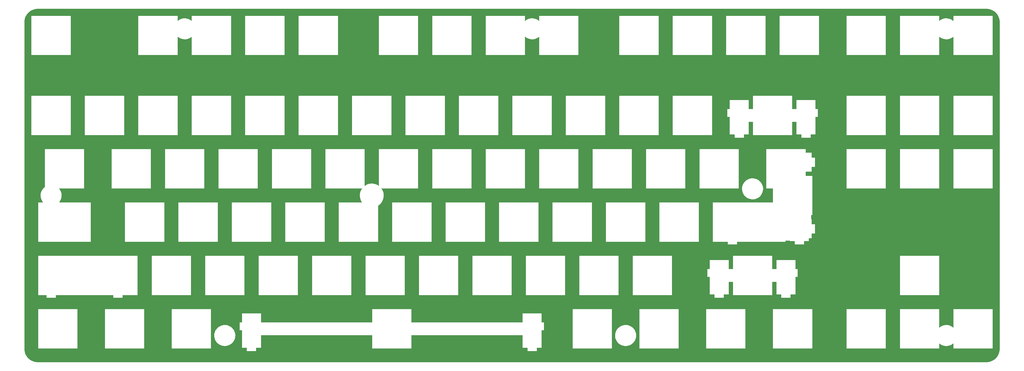
<source format=gbl>
G04 #@! TF.GenerationSoftware,KiCad,Pcbnew,(7.0.0)*
G04 #@! TF.CreationDate,2023-02-27T14:32:52+01:00*
G04 #@! TF.ProjectId,Belja80_plate,42656c6a-6138-4305-9f70-6c6174652e6b,1.0*
G04 #@! TF.SameCoordinates,Original*
G04 #@! TF.FileFunction,Copper,L2,Bot*
G04 #@! TF.FilePolarity,Positive*
%FSLAX46Y46*%
G04 Gerber Fmt 4.6, Leading zero omitted, Abs format (unit mm)*
G04 Created by KiCad (PCBNEW (7.0.0)) date 2023-02-27 14:32:52*
%MOMM*%
%LPD*%
G01*
G04 APERTURE LIST*
G04 APERTURE END LIST*
G04 #@! TA.AperFunction,NonConductor*
G36*
X374651075Y-71438046D02*
G01*
X374844218Y-71446483D01*
X374844340Y-71446539D01*
X374844342Y-71446489D01*
X375069611Y-71456908D01*
X375073734Y-71457274D01*
X375282748Y-71484795D01*
X375282787Y-71484801D01*
X375493515Y-71514200D01*
X375497317Y-71514886D01*
X375705580Y-71561060D01*
X375705953Y-71561145D01*
X375910506Y-71609259D01*
X375914012Y-71610222D01*
X376118390Y-71674665D01*
X376119032Y-71674874D01*
X376313363Y-71740009D01*
X376317285Y-71741324D01*
X376320464Y-71742514D01*
X376518899Y-71824710D01*
X376519842Y-71825114D01*
X376710579Y-71909335D01*
X376713382Y-71910683D01*
X376904166Y-72010001D01*
X376905329Y-72010627D01*
X377087179Y-72111919D01*
X377089593Y-72113358D01*
X377224832Y-72199517D01*
X377271166Y-72229036D01*
X377272530Y-72229937D01*
X377444036Y-72347422D01*
X377446174Y-72348973D01*
X377617048Y-72480091D01*
X377618521Y-72481268D01*
X377778358Y-72613995D01*
X377780159Y-72615566D01*
X377938997Y-72761116D01*
X377940541Y-72762594D01*
X378087404Y-72909457D01*
X378088882Y-72911001D01*
X378234453Y-73069863D01*
X378236024Y-73071664D01*
X378368750Y-73231501D01*
X378369927Y-73232975D01*
X378501027Y-73403827D01*
X378502578Y-73405964D01*
X378620076Y-73577489D01*
X378620977Y-73578853D01*
X378736624Y-73760381D01*
X378738105Y-73762865D01*
X378839364Y-73944656D01*
X378840020Y-73945874D01*
X378939321Y-74136626D01*
X378940683Y-74139460D01*
X379024864Y-74330109D01*
X379025309Y-74331149D01*
X379107491Y-74529550D01*
X379108681Y-74532730D01*
X379175097Y-74730883D01*
X379175369Y-74731720D01*
X379239778Y-74935993D01*
X379240744Y-74939509D01*
X379288839Y-75143984D01*
X379288979Y-75144597D01*
X379335111Y-75352676D01*
X379335803Y-75356511D01*
X379365155Y-75566897D01*
X379365206Y-75567272D01*
X379392726Y-75776288D01*
X379393093Y-75780420D01*
X379403504Y-76005511D01*
X379403509Y-76005637D01*
X379411953Y-76198941D01*
X379412000Y-76201079D01*
X379412000Y-192880190D01*
X379411953Y-192882327D01*
X379403519Y-193075518D01*
X379403514Y-193075644D01*
X379393103Y-193300861D01*
X379392736Y-193304993D01*
X379365240Y-193513860D01*
X379365189Y-193514234D01*
X379335825Y-193724754D01*
X379335134Y-193728590D01*
X379289003Y-193936685D01*
X379288863Y-193937298D01*
X379240768Y-194141789D01*
X379239801Y-194145305D01*
X379175399Y-194349568D01*
X379175127Y-194350405D01*
X379108714Y-194548562D01*
X379107524Y-194551742D01*
X379025348Y-194750133D01*
X379024903Y-194751174D01*
X378940722Y-194941831D01*
X378939361Y-194944664D01*
X378840051Y-195135441D01*
X378839395Y-195136660D01*
X378738142Y-195318445D01*
X378736660Y-195320928D01*
X378621014Y-195502459D01*
X378620113Y-195503824D01*
X378502630Y-195675328D01*
X378501080Y-195677465D01*
X378369944Y-195848368D01*
X378368766Y-195849842D01*
X378236060Y-196009654D01*
X378234490Y-196011455D01*
X378088932Y-196170305D01*
X378087453Y-196171849D01*
X377940563Y-196318740D01*
X377939019Y-196320219D01*
X377780194Y-196465756D01*
X377778394Y-196467326D01*
X377618547Y-196600062D01*
X377617072Y-196601239D01*
X377446203Y-196732352D01*
X377444066Y-196733903D01*
X377272570Y-196851382D01*
X377271206Y-196852283D01*
X377089645Y-196967951D01*
X377087160Y-196969433D01*
X376905372Y-197070687D01*
X376904155Y-197071342D01*
X376713407Y-197170641D01*
X376710573Y-197172003D01*
X376519899Y-197256193D01*
X376518858Y-197256638D01*
X376320477Y-197338810D01*
X376317298Y-197340000D01*
X376119133Y-197406418D01*
X376118296Y-197406690D01*
X375914029Y-197471095D01*
X375910512Y-197472061D01*
X375706060Y-197520147D01*
X375705447Y-197520288D01*
X375497317Y-197566429D01*
X375493482Y-197567120D01*
X375283025Y-197596477D01*
X375282651Y-197596528D01*
X375073745Y-197624030D01*
X375069607Y-197624397D01*
X374833409Y-197635291D01*
X374833288Y-197635296D01*
X374652190Y-197643203D01*
X374650053Y-197643250D01*
X36513560Y-197643250D01*
X36511423Y-197643203D01*
X36318220Y-197634768D01*
X36318097Y-197634711D01*
X36318095Y-197634763D01*
X36092890Y-197624352D01*
X36088758Y-197623985D01*
X35879888Y-197596489D01*
X35879514Y-197596438D01*
X35669002Y-197567075D01*
X35665166Y-197566384D01*
X35457054Y-197520247D01*
X35456441Y-197520107D01*
X35251971Y-197472017D01*
X35248455Y-197471050D01*
X35044205Y-197406651D01*
X35043367Y-197406379D01*
X34845193Y-197339959D01*
X34842014Y-197338769D01*
X34643632Y-197256598D01*
X34642591Y-197256153D01*
X34451938Y-197171973D01*
X34449104Y-197170612D01*
X34258325Y-197071299D01*
X34257107Y-197070643D01*
X34075321Y-196969389D01*
X34072838Y-196967907D01*
X33891303Y-196852258D01*
X33889938Y-196851357D01*
X33718421Y-196733865D01*
X33716284Y-196732314D01*
X33545436Y-196601218D01*
X33543962Y-196600042D01*
X33491042Y-196556098D01*
X33384089Y-196467286D01*
X33382312Y-196465735D01*
X33223457Y-196320170D01*
X33221913Y-196318692D01*
X33075056Y-196171835D01*
X33073578Y-196170291D01*
X32964496Y-196051250D01*
X32928006Y-196011428D01*
X32926458Y-196009654D01*
X32807863Y-195866835D01*
X32793706Y-195849786D01*
X32792530Y-195848312D01*
X32661434Y-195677464D01*
X32659883Y-195675327D01*
X32542401Y-195503824D01*
X32542370Y-195503778D01*
X32541490Y-195502445D01*
X32425841Y-195320910D01*
X32424359Y-195318427D01*
X32323105Y-195136641D01*
X32322449Y-195135423D01*
X32294992Y-195082678D01*
X32223127Y-194944625D01*
X32221785Y-194941831D01*
X32137580Y-194751122D01*
X32137166Y-194750153D01*
X32054977Y-194551729D01*
X32053789Y-194548555D01*
X31987369Y-194350381D01*
X31987097Y-194349543D01*
X31922695Y-194145285D01*
X31921731Y-194141777D01*
X31873641Y-193937307D01*
X31873518Y-193936771D01*
X31827358Y-193728552D01*
X31826678Y-193724778D01*
X31797277Y-193513992D01*
X31769761Y-193304973D01*
X31769397Y-193300875D01*
X31758996Y-193075873D01*
X31750546Y-192882326D01*
X31750500Y-192880190D01*
X31750500Y-192736860D01*
X36655284Y-192736860D01*
X36655325Y-192736959D01*
X36655442Y-192737243D01*
X36655825Y-192737401D01*
X36655924Y-192737360D01*
X50655216Y-192737360D01*
X50655315Y-192737401D01*
X50655698Y-192737243D01*
X50655815Y-192736959D01*
X50655856Y-192736860D01*
X60466374Y-192736860D01*
X60466415Y-192736959D01*
X60466532Y-192737243D01*
X60466915Y-192737401D01*
X60467014Y-192737360D01*
X74467616Y-192737360D01*
X74467715Y-192737401D01*
X74468098Y-192737243D01*
X74468215Y-192736959D01*
X74468256Y-192736860D01*
X84280374Y-192736860D01*
X84280415Y-192736959D01*
X84280532Y-192737243D01*
X84280915Y-192737401D01*
X84281014Y-192737360D01*
X98280116Y-192737360D01*
X98280215Y-192737401D01*
X98280598Y-192737243D01*
X98280715Y-192736959D01*
X98280756Y-192736860D01*
X98280715Y-192736761D01*
X98280715Y-188022054D01*
X99433266Y-188022054D01*
X99433298Y-188023306D01*
X99433298Y-188023316D01*
X99443189Y-188407326D01*
X99443190Y-188407338D01*
X99443222Y-188408581D01*
X99443384Y-188409832D01*
X99468287Y-188602186D01*
X99492867Y-188792035D01*
X99493154Y-188793254D01*
X99493156Y-188793261D01*
X99581388Y-189167131D01*
X99581392Y-189167146D01*
X99581677Y-189168352D01*
X99582083Y-189169520D01*
X99582088Y-189169536D01*
X99708296Y-189532355D01*
X99708710Y-189533544D01*
X99872618Y-189883738D01*
X99873260Y-189884808D01*
X99873268Y-189884822D01*
X99974316Y-190053102D01*
X100071665Y-190215223D01*
X100072423Y-190216233D01*
X100190676Y-190373816D01*
X100303741Y-190524484D01*
X100566385Y-190808245D01*
X100856814Y-191063495D01*
X100857837Y-191064222D01*
X100857838Y-191064223D01*
X101170916Y-191286797D01*
X101170921Y-191286800D01*
X101171949Y-191287531D01*
X101508449Y-191477977D01*
X101862747Y-191632815D01*
X102231088Y-191750402D01*
X102609567Y-191829493D01*
X102994173Y-191869250D01*
X103283448Y-191869250D01*
X103284089Y-191869250D01*
X103573642Y-191854324D01*
X103955691Y-191794822D01*
X104329597Y-191696352D01*
X104691396Y-191559959D01*
X105037254Y-191387088D01*
X105363504Y-191179572D01*
X105666687Y-190939610D01*
X105943591Y-190669747D01*
X106191279Y-190372842D01*
X106407127Y-190052044D01*
X106588846Y-189710752D01*
X106734509Y-189352584D01*
X106842574Y-188981337D01*
X106911894Y-188600947D01*
X106941734Y-188215446D01*
X106931778Y-187828919D01*
X106882133Y-187445465D01*
X106793323Y-187069148D01*
X106666290Y-186703956D01*
X106502382Y-186353762D01*
X106501734Y-186352684D01*
X106501731Y-186352677D01*
X106432066Y-186236660D01*
X108517274Y-186236660D01*
X108517315Y-186236759D01*
X108517432Y-186237043D01*
X108517815Y-186237201D01*
X108517914Y-186237160D01*
X109292415Y-186237160D01*
X109327063Y-186251512D01*
X109341415Y-186286160D01*
X109341415Y-192506631D01*
X109341374Y-192506730D01*
X109341415Y-192506829D01*
X109341532Y-192507113D01*
X109341915Y-192507271D01*
X109342014Y-192507230D01*
X111017415Y-192507230D01*
X111052063Y-192521582D01*
X111066415Y-192556230D01*
X111066415Y-193706901D01*
X111066374Y-193707000D01*
X111066415Y-193707099D01*
X111066532Y-193707383D01*
X111066915Y-193707541D01*
X111067014Y-193707500D01*
X114367416Y-193707500D01*
X114367515Y-193707541D01*
X114367898Y-193707383D01*
X114368015Y-193707099D01*
X114368056Y-193707000D01*
X114368015Y-193706901D01*
X114368015Y-192556230D01*
X114382367Y-192521582D01*
X114417015Y-192507230D01*
X116092916Y-192507230D01*
X116093015Y-192507271D01*
X116093398Y-192507113D01*
X116093515Y-192506829D01*
X116093556Y-192506730D01*
X116093515Y-192506631D01*
X116093515Y-188087270D01*
X116107867Y-188052622D01*
X116142515Y-188038270D01*
X155667415Y-188038270D01*
X155702063Y-188052622D01*
X155716415Y-188087270D01*
X155716415Y-192736761D01*
X155716374Y-192736860D01*
X155716415Y-192736959D01*
X155716532Y-192737243D01*
X155716915Y-192737401D01*
X155717014Y-192737360D01*
X169717816Y-192737360D01*
X169717915Y-192737401D01*
X169718298Y-192737243D01*
X169718415Y-192736959D01*
X169718456Y-192736860D01*
X169718415Y-192736761D01*
X169718415Y-188087270D01*
X169732767Y-188052622D01*
X169767415Y-188038270D01*
X209292415Y-188038270D01*
X209327063Y-188052622D01*
X209341415Y-188087270D01*
X209341415Y-192506631D01*
X209341374Y-192506730D01*
X209341415Y-192506829D01*
X209341532Y-192507113D01*
X209341915Y-192507271D01*
X209342014Y-192507230D01*
X211017415Y-192507230D01*
X211052063Y-192521582D01*
X211066415Y-192556230D01*
X211066415Y-193706901D01*
X211066374Y-193707000D01*
X211066415Y-193707099D01*
X211066532Y-193707383D01*
X211066915Y-193707541D01*
X211067014Y-193707500D01*
X214367816Y-193707500D01*
X214367915Y-193707541D01*
X214368298Y-193707383D01*
X214368415Y-193707099D01*
X214368456Y-193707000D01*
X214368415Y-193706901D01*
X214368415Y-192736860D01*
X227155374Y-192736860D01*
X227155415Y-192736959D01*
X227155532Y-192737243D01*
X227155915Y-192737401D01*
X227156014Y-192737360D01*
X241154816Y-192737360D01*
X241154915Y-192737401D01*
X241155298Y-192737243D01*
X241155415Y-192736959D01*
X241155456Y-192736860D01*
X250966374Y-192736860D01*
X250966415Y-192736959D01*
X250966532Y-192737243D01*
X250966915Y-192737401D01*
X250967014Y-192737360D01*
X264967816Y-192737360D01*
X264967915Y-192737401D01*
X264968298Y-192737243D01*
X264968415Y-192736959D01*
X264968456Y-192736860D01*
X274780374Y-192736860D01*
X274780415Y-192736959D01*
X274780532Y-192737243D01*
X274780915Y-192737401D01*
X274781014Y-192737360D01*
X288779816Y-192737360D01*
X288779915Y-192737401D01*
X288780298Y-192737243D01*
X288780415Y-192736959D01*
X288780456Y-192736860D01*
X298591374Y-192736860D01*
X298591415Y-192736959D01*
X298591532Y-192737243D01*
X298591915Y-192737401D01*
X298592014Y-192737360D01*
X312592816Y-192737360D01*
X312592915Y-192737401D01*
X312593298Y-192737243D01*
X312593415Y-192736959D01*
X312593456Y-192736860D01*
X324786374Y-192736860D01*
X324786415Y-192736959D01*
X324786532Y-192737243D01*
X324786915Y-192737401D01*
X324787014Y-192737360D01*
X338786816Y-192737360D01*
X338786915Y-192737401D01*
X338787298Y-192737243D01*
X338787415Y-192736959D01*
X338787456Y-192736860D01*
X343836374Y-192736860D01*
X343836415Y-192736959D01*
X343836532Y-192737243D01*
X343836915Y-192737401D01*
X343837014Y-192737360D01*
X357836816Y-192737360D01*
X357836915Y-192737401D01*
X357837298Y-192737243D01*
X357837415Y-192736959D01*
X357837456Y-192736860D01*
X357837415Y-192736761D01*
X357837415Y-191000943D01*
X357851031Y-190967046D01*
X357884313Y-190951988D01*
X357918762Y-190964137D01*
X357985802Y-191023056D01*
X358031814Y-191063495D01*
X358032837Y-191064222D01*
X358032838Y-191064223D01*
X358345916Y-191286797D01*
X358345921Y-191286800D01*
X358346949Y-191287531D01*
X358683449Y-191477977D01*
X359037747Y-191632815D01*
X359406088Y-191750402D01*
X359784567Y-191829493D01*
X360169173Y-191869250D01*
X360458448Y-191869250D01*
X360459089Y-191869250D01*
X360748642Y-191854324D01*
X361130691Y-191794822D01*
X361504597Y-191696352D01*
X361866396Y-191559959D01*
X362212254Y-191387088D01*
X362538504Y-191179572D01*
X362807004Y-190967060D01*
X362841197Y-190956628D01*
X362873375Y-190972198D01*
X362886415Y-191005482D01*
X362886415Y-192736761D01*
X362886374Y-192736860D01*
X362886415Y-192736959D01*
X362886532Y-192737243D01*
X362886915Y-192737401D01*
X362887014Y-192737360D01*
X376886816Y-192737360D01*
X376886915Y-192737401D01*
X376887298Y-192737243D01*
X376887415Y-192736959D01*
X376887456Y-192736860D01*
X376887415Y-192736761D01*
X376887415Y-178737499D01*
X376887456Y-178737400D01*
X376887298Y-178737017D01*
X376887014Y-178736900D01*
X376886915Y-178736859D01*
X376886816Y-178736900D01*
X362887014Y-178736900D01*
X362886915Y-178736859D01*
X362886816Y-178736900D01*
X362886532Y-178737017D01*
X362886374Y-178737400D01*
X362886415Y-178737499D01*
X362886415Y-178751213D01*
X362886415Y-185235529D01*
X362872799Y-185269426D01*
X362839517Y-185284484D01*
X362805068Y-185272335D01*
X362694128Y-185174833D01*
X362694129Y-185174833D01*
X362693186Y-185174005D01*
X362531015Y-185058714D01*
X362379083Y-184950702D01*
X362379074Y-184950696D01*
X362378051Y-184949969D01*
X362041551Y-184759523D01*
X361853961Y-184677541D01*
X361688414Y-184605192D01*
X361688407Y-184605189D01*
X361687253Y-184604685D01*
X361686055Y-184604302D01*
X361686051Y-184604301D01*
X361320113Y-184487481D01*
X361320105Y-184487479D01*
X361318912Y-184487098D01*
X361317680Y-184486840D01*
X361317678Y-184486840D01*
X360941671Y-184408265D01*
X360941657Y-184408262D01*
X360940433Y-184408007D01*
X360939178Y-184407877D01*
X360939170Y-184407876D01*
X360557088Y-184368380D01*
X360557081Y-184368379D01*
X360555827Y-184368250D01*
X360265911Y-184368250D01*
X360265271Y-184368282D01*
X360265270Y-184368283D01*
X359977619Y-184383110D01*
X359977599Y-184383111D01*
X359976358Y-184383176D01*
X359975123Y-184383368D01*
X359975107Y-184383370D01*
X359595565Y-184442482D01*
X359595557Y-184442483D01*
X359594309Y-184442678D01*
X359593085Y-184443000D01*
X359593077Y-184443002D01*
X359221628Y-184540825D01*
X359221621Y-184540827D01*
X359220403Y-184541148D01*
X359219225Y-184541592D01*
X359219219Y-184541594D01*
X358859785Y-184677095D01*
X358859771Y-184677100D01*
X358858604Y-184677541D01*
X358857497Y-184678093D01*
X358857477Y-184678103D01*
X358513868Y-184849851D01*
X358512746Y-184850412D01*
X358511691Y-184851082D01*
X358511684Y-184851087D01*
X358187566Y-185057246D01*
X358187547Y-185057259D01*
X358186496Y-185057928D01*
X358185511Y-185058707D01*
X358185502Y-185058714D01*
X357916825Y-185271366D01*
X357882633Y-185281798D01*
X357850455Y-185266228D01*
X357837415Y-185232944D01*
X357837415Y-178751213D01*
X357837415Y-178737499D01*
X357837456Y-178737400D01*
X357837298Y-178737017D01*
X357837014Y-178736900D01*
X357836915Y-178736859D01*
X357836816Y-178736900D01*
X343837014Y-178736900D01*
X343836915Y-178736859D01*
X343836816Y-178736900D01*
X343836532Y-178737017D01*
X343836374Y-178737400D01*
X343836415Y-178737499D01*
X343836415Y-192736761D01*
X343836374Y-192736860D01*
X338787456Y-192736860D01*
X338787415Y-192736761D01*
X338787415Y-178737499D01*
X338787456Y-178737400D01*
X338787298Y-178737017D01*
X338787014Y-178736900D01*
X338786915Y-178736859D01*
X338786816Y-178736900D01*
X324787014Y-178736900D01*
X324786915Y-178736859D01*
X324786816Y-178736900D01*
X324786532Y-178737017D01*
X324786374Y-178737400D01*
X324786415Y-178737499D01*
X324786415Y-192736761D01*
X324786374Y-192736860D01*
X312593456Y-192736860D01*
X312593415Y-192736761D01*
X312593415Y-178737499D01*
X312593456Y-178737400D01*
X312593298Y-178737017D01*
X312593014Y-178736900D01*
X312592915Y-178736859D01*
X312592816Y-178736900D01*
X298592014Y-178736900D01*
X298591915Y-178736859D01*
X298591816Y-178736900D01*
X298591532Y-178737017D01*
X298591374Y-178737400D01*
X298591415Y-178737499D01*
X298591415Y-192736761D01*
X298591374Y-192736860D01*
X288780456Y-192736860D01*
X288780415Y-192736761D01*
X288780415Y-178737499D01*
X288780456Y-178737400D01*
X288780298Y-178737017D01*
X288780014Y-178736900D01*
X288779915Y-178736859D01*
X288779816Y-178736900D01*
X274781014Y-178736900D01*
X274780915Y-178736859D01*
X274780816Y-178736900D01*
X274780532Y-178737017D01*
X274780374Y-178737400D01*
X274780415Y-178737499D01*
X274780415Y-192736761D01*
X274780374Y-192736860D01*
X264968456Y-192736860D01*
X264968415Y-192736761D01*
X264968415Y-178737499D01*
X264968456Y-178737400D01*
X264968298Y-178737017D01*
X264968014Y-178736900D01*
X264967915Y-178736859D01*
X264967816Y-178736900D01*
X250967014Y-178736900D01*
X250966915Y-178736859D01*
X250966816Y-178736900D01*
X250966532Y-178737017D01*
X250966374Y-178737400D01*
X250966415Y-178737499D01*
X250966415Y-192736761D01*
X250966374Y-192736860D01*
X241155456Y-192736860D01*
X241155415Y-192736761D01*
X241155415Y-188022054D01*
X242308266Y-188022054D01*
X242308298Y-188023306D01*
X242308298Y-188023316D01*
X242318189Y-188407326D01*
X242318190Y-188407338D01*
X242318222Y-188408581D01*
X242318384Y-188409832D01*
X242343287Y-188602186D01*
X242367867Y-188792035D01*
X242368154Y-188793254D01*
X242368156Y-188793261D01*
X242456388Y-189167131D01*
X242456392Y-189167146D01*
X242456677Y-189168352D01*
X242457083Y-189169520D01*
X242457088Y-189169536D01*
X242583296Y-189532355D01*
X242583710Y-189533544D01*
X242747618Y-189883738D01*
X242748260Y-189884808D01*
X242748268Y-189884822D01*
X242849316Y-190053102D01*
X242946665Y-190215223D01*
X242947423Y-190216233D01*
X243065676Y-190373816D01*
X243178741Y-190524484D01*
X243441385Y-190808245D01*
X243731814Y-191063495D01*
X243732837Y-191064222D01*
X243732838Y-191064223D01*
X244045916Y-191286797D01*
X244045921Y-191286800D01*
X244046949Y-191287531D01*
X244383449Y-191477977D01*
X244737747Y-191632815D01*
X245106088Y-191750402D01*
X245484567Y-191829493D01*
X245869173Y-191869250D01*
X246158448Y-191869250D01*
X246159089Y-191869250D01*
X246448642Y-191854324D01*
X246830691Y-191794822D01*
X247204597Y-191696352D01*
X247566396Y-191559959D01*
X247912254Y-191387088D01*
X248238504Y-191179572D01*
X248541687Y-190939610D01*
X248818591Y-190669747D01*
X249066279Y-190372842D01*
X249282127Y-190052044D01*
X249463846Y-189710752D01*
X249609509Y-189352584D01*
X249717574Y-188981337D01*
X249786894Y-188600947D01*
X249816734Y-188215446D01*
X249806778Y-187828919D01*
X249757133Y-187445465D01*
X249668323Y-187069148D01*
X249541290Y-186703956D01*
X249377382Y-186353762D01*
X249376734Y-186352684D01*
X249376731Y-186352677D01*
X249178987Y-186023363D01*
X249178335Y-186022277D01*
X248946259Y-185713016D01*
X248683615Y-185429255D01*
X248587414Y-185344707D01*
X248394128Y-185174833D01*
X248394129Y-185174833D01*
X248393186Y-185174005D01*
X248231015Y-185058714D01*
X248079083Y-184950702D01*
X248079074Y-184950696D01*
X248078051Y-184949969D01*
X247741551Y-184759523D01*
X247553961Y-184677541D01*
X247388414Y-184605192D01*
X247388407Y-184605189D01*
X247387253Y-184604685D01*
X247386055Y-184604302D01*
X247386051Y-184604301D01*
X247020113Y-184487481D01*
X247020105Y-184487479D01*
X247018912Y-184487098D01*
X247017680Y-184486840D01*
X247017678Y-184486840D01*
X246641671Y-184408265D01*
X246641657Y-184408262D01*
X246640433Y-184408007D01*
X246639178Y-184407877D01*
X246639170Y-184407876D01*
X246257088Y-184368380D01*
X246257081Y-184368379D01*
X246255827Y-184368250D01*
X245965911Y-184368250D01*
X245965271Y-184368282D01*
X245965270Y-184368283D01*
X245677619Y-184383110D01*
X245677599Y-184383111D01*
X245676358Y-184383176D01*
X245675123Y-184383368D01*
X245675107Y-184383370D01*
X245295565Y-184442482D01*
X245295557Y-184442483D01*
X245294309Y-184442678D01*
X245293085Y-184443000D01*
X245293077Y-184443002D01*
X244921628Y-184540825D01*
X244921621Y-184540827D01*
X244920403Y-184541148D01*
X244919225Y-184541592D01*
X244919219Y-184541594D01*
X244559785Y-184677095D01*
X244559771Y-184677100D01*
X244558604Y-184677541D01*
X244557497Y-184678093D01*
X244557477Y-184678103D01*
X244213868Y-184849851D01*
X244212746Y-184850412D01*
X244211691Y-184851082D01*
X244211684Y-184851087D01*
X243887566Y-185057246D01*
X243887547Y-185057259D01*
X243886496Y-185057928D01*
X243885511Y-185058707D01*
X243885502Y-185058714D01*
X243584301Y-185297107D01*
X243584289Y-185297117D01*
X243583313Y-185297890D01*
X243582420Y-185298759D01*
X243582410Y-185298769D01*
X243307315Y-185566869D01*
X243307305Y-185566879D01*
X243306409Y-185567753D01*
X243305600Y-185568721D01*
X243305596Y-185568727D01*
X243059533Y-185863683D01*
X243059520Y-185863699D01*
X243058721Y-185864658D01*
X243058023Y-185865694D01*
X243058012Y-185865710D01*
X242843585Y-186184397D01*
X242843580Y-186184404D01*
X242842873Y-186185456D01*
X242842277Y-186186575D01*
X242842273Y-186186582D01*
X242661752Y-186525624D01*
X242661154Y-186526748D01*
X242660683Y-186527904D01*
X242660675Y-186527923D01*
X242515968Y-186883741D01*
X242515962Y-186883755D01*
X242515491Y-186884916D01*
X242515136Y-186886132D01*
X242515135Y-186886138D01*
X242407777Y-187254954D01*
X242407773Y-187254970D01*
X242407426Y-187256163D01*
X242407204Y-187257380D01*
X242407200Y-187257398D01*
X242338331Y-187635313D01*
X242338328Y-187635331D01*
X242338106Y-187636553D01*
X242338010Y-187637789D01*
X242338008Y-187637807D01*
X242308363Y-188020794D01*
X242308362Y-188020804D01*
X242308266Y-188022054D01*
X241155415Y-188022054D01*
X241155415Y-178737499D01*
X241155456Y-178737400D01*
X241155298Y-178737017D01*
X241155014Y-178736900D01*
X241154915Y-178736859D01*
X241154816Y-178736900D01*
X227156014Y-178736900D01*
X227155915Y-178736859D01*
X227155816Y-178736900D01*
X227155532Y-178737017D01*
X227155374Y-178737400D01*
X227155415Y-178737499D01*
X227155415Y-192736761D01*
X227155374Y-192736860D01*
X214368415Y-192736860D01*
X214368415Y-192556230D01*
X214382767Y-192521582D01*
X214417415Y-192507230D01*
X216092816Y-192507230D01*
X216092915Y-192507271D01*
X216093298Y-192507113D01*
X216093415Y-192506829D01*
X216093456Y-192506730D01*
X216093415Y-192506631D01*
X216093415Y-186286160D01*
X216107767Y-186251512D01*
X216142415Y-186237160D01*
X216916816Y-186237160D01*
X216916915Y-186237201D01*
X216917298Y-186237043D01*
X216917415Y-186236759D01*
X216917456Y-186236660D01*
X216917415Y-186236561D01*
X216917415Y-183437999D01*
X216917456Y-183437900D01*
X216917298Y-183437517D01*
X216917014Y-183437400D01*
X216916915Y-183437359D01*
X216916816Y-183437400D01*
X216142415Y-183437400D01*
X216107767Y-183423048D01*
X216093415Y-183388400D01*
X216093415Y-180221513D01*
X216093415Y-180207799D01*
X216093456Y-180207700D01*
X216093298Y-180207317D01*
X216093014Y-180207200D01*
X216092915Y-180207159D01*
X216092816Y-180207200D01*
X209342014Y-180207200D01*
X209341915Y-180207159D01*
X209341816Y-180207200D01*
X209341532Y-180207317D01*
X209341374Y-180207700D01*
X209341415Y-180207799D01*
X209341415Y-180221513D01*
X209341415Y-183388400D01*
X209327063Y-183423048D01*
X209292415Y-183437400D01*
X169767415Y-183437400D01*
X169732767Y-183423048D01*
X169718415Y-183388400D01*
X169718415Y-178751213D01*
X169718415Y-178737499D01*
X169718456Y-178737400D01*
X169718298Y-178737017D01*
X169718014Y-178736900D01*
X169717915Y-178736859D01*
X169717816Y-178736900D01*
X155717014Y-178736900D01*
X155716915Y-178736859D01*
X155716816Y-178736900D01*
X155716532Y-178737017D01*
X155716374Y-178737400D01*
X155716415Y-178737499D01*
X155716415Y-178751213D01*
X155716415Y-183388400D01*
X155702063Y-183423048D01*
X155667415Y-183437400D01*
X116142515Y-183437400D01*
X116107867Y-183423048D01*
X116093515Y-183388400D01*
X116093515Y-180221513D01*
X116093515Y-180207799D01*
X116093556Y-180207700D01*
X116093398Y-180207317D01*
X116093114Y-180207200D01*
X116093015Y-180207159D01*
X116092916Y-180207200D01*
X109342014Y-180207200D01*
X109341915Y-180207159D01*
X109341816Y-180207200D01*
X109341532Y-180207317D01*
X109341374Y-180207700D01*
X109341415Y-180207799D01*
X109341415Y-180221513D01*
X109341415Y-183388400D01*
X109327063Y-183423048D01*
X109292415Y-183437400D01*
X108517914Y-183437400D01*
X108517815Y-183437359D01*
X108517716Y-183437400D01*
X108517432Y-183437517D01*
X108517274Y-183437900D01*
X108517315Y-183437999D01*
X108517315Y-186236561D01*
X108517274Y-186236660D01*
X106432066Y-186236660D01*
X106303987Y-186023363D01*
X106303335Y-186022277D01*
X106071259Y-185713016D01*
X105808615Y-185429255D01*
X105712414Y-185344707D01*
X105519128Y-185174833D01*
X105519129Y-185174833D01*
X105518186Y-185174005D01*
X105356015Y-185058714D01*
X105204083Y-184950702D01*
X105204074Y-184950696D01*
X105203051Y-184949969D01*
X104866551Y-184759523D01*
X104678961Y-184677541D01*
X104513414Y-184605192D01*
X104513407Y-184605189D01*
X104512253Y-184604685D01*
X104511055Y-184604302D01*
X104511051Y-184604301D01*
X104145113Y-184487481D01*
X104145105Y-184487479D01*
X104143912Y-184487098D01*
X104142680Y-184486840D01*
X104142678Y-184486840D01*
X103766671Y-184408265D01*
X103766657Y-184408262D01*
X103765433Y-184408007D01*
X103764178Y-184407877D01*
X103764170Y-184407876D01*
X103382088Y-184368380D01*
X103382081Y-184368379D01*
X103380827Y-184368250D01*
X103090911Y-184368250D01*
X103090271Y-184368282D01*
X103090270Y-184368283D01*
X102802619Y-184383110D01*
X102802599Y-184383111D01*
X102801358Y-184383176D01*
X102800123Y-184383368D01*
X102800107Y-184383370D01*
X102420565Y-184442482D01*
X102420557Y-184442483D01*
X102419309Y-184442678D01*
X102418085Y-184443000D01*
X102418077Y-184443002D01*
X102046628Y-184540825D01*
X102046621Y-184540827D01*
X102045403Y-184541148D01*
X102044225Y-184541592D01*
X102044219Y-184541594D01*
X101684785Y-184677095D01*
X101684771Y-184677100D01*
X101683604Y-184677541D01*
X101682497Y-184678093D01*
X101682477Y-184678103D01*
X101338868Y-184849851D01*
X101337746Y-184850412D01*
X101336691Y-184851082D01*
X101336684Y-184851087D01*
X101012566Y-185057246D01*
X101012547Y-185057259D01*
X101011496Y-185057928D01*
X101010511Y-185058707D01*
X101010502Y-185058714D01*
X100709301Y-185297107D01*
X100709289Y-185297117D01*
X100708313Y-185297890D01*
X100707420Y-185298759D01*
X100707410Y-185298769D01*
X100432315Y-185566869D01*
X100432305Y-185566879D01*
X100431409Y-185567753D01*
X100430600Y-185568721D01*
X100430596Y-185568727D01*
X100184533Y-185863683D01*
X100184520Y-185863699D01*
X100183721Y-185864658D01*
X100183023Y-185865694D01*
X100183012Y-185865710D01*
X99968585Y-186184397D01*
X99968580Y-186184404D01*
X99967873Y-186185456D01*
X99967277Y-186186575D01*
X99967273Y-186186582D01*
X99786752Y-186525624D01*
X99786154Y-186526748D01*
X99785683Y-186527904D01*
X99785675Y-186527923D01*
X99640968Y-186883741D01*
X99640962Y-186883755D01*
X99640491Y-186884916D01*
X99640136Y-186886132D01*
X99640135Y-186886138D01*
X99532777Y-187254954D01*
X99532773Y-187254970D01*
X99532426Y-187256163D01*
X99532204Y-187257380D01*
X99532200Y-187257398D01*
X99463331Y-187635313D01*
X99463328Y-187635331D01*
X99463106Y-187636553D01*
X99463010Y-187637789D01*
X99463008Y-187637807D01*
X99433363Y-188020794D01*
X99433362Y-188020804D01*
X99433266Y-188022054D01*
X98280715Y-188022054D01*
X98280715Y-178737499D01*
X98280756Y-178737400D01*
X98280598Y-178737017D01*
X98280314Y-178736900D01*
X98280215Y-178736859D01*
X98280116Y-178736900D01*
X84281014Y-178736900D01*
X84280915Y-178736859D01*
X84280816Y-178736900D01*
X84280532Y-178737017D01*
X84280374Y-178737400D01*
X84280415Y-178737499D01*
X84280415Y-192736761D01*
X84280374Y-192736860D01*
X74468256Y-192736860D01*
X74468215Y-192736761D01*
X74468215Y-178737499D01*
X74468256Y-178737400D01*
X74468098Y-178737017D01*
X74467814Y-178736900D01*
X74467715Y-178736859D01*
X74467616Y-178736900D01*
X60467014Y-178736900D01*
X60466915Y-178736859D01*
X60466816Y-178736900D01*
X60466532Y-178737017D01*
X60466374Y-178737400D01*
X60466415Y-178737499D01*
X60466415Y-192736761D01*
X60466374Y-192736860D01*
X50655856Y-192736860D01*
X50655815Y-192736761D01*
X50655815Y-178737499D01*
X50655856Y-178737400D01*
X50655698Y-178737017D01*
X50655414Y-178736900D01*
X50655315Y-178736859D01*
X50655216Y-178736900D01*
X36655924Y-178736900D01*
X36655825Y-178736859D01*
X36655726Y-178736900D01*
X36655442Y-178737017D01*
X36655284Y-178737400D01*
X36655325Y-178737499D01*
X36655325Y-192736761D01*
X36655284Y-192736860D01*
X31750500Y-192736860D01*
X31750500Y-173686900D01*
X36655284Y-173686900D01*
X36655325Y-173686999D01*
X36655442Y-173687283D01*
X36655825Y-173687441D01*
X36655924Y-173687400D01*
X39581505Y-173687400D01*
X39616153Y-173701752D01*
X39630505Y-173736400D01*
X39630505Y-174656901D01*
X39630464Y-174657000D01*
X39630505Y-174657099D01*
X39630622Y-174657383D01*
X39631005Y-174657541D01*
X39631104Y-174657500D01*
X42929916Y-174657500D01*
X42930015Y-174657541D01*
X42930398Y-174657383D01*
X42930515Y-174657099D01*
X42930556Y-174657000D01*
X42930515Y-174656901D01*
X42930515Y-173736400D01*
X42944867Y-173701752D01*
X42979515Y-173687400D01*
X63380215Y-173687400D01*
X63414863Y-173701752D01*
X63429215Y-173736400D01*
X63429215Y-174656901D01*
X63429174Y-174657000D01*
X63429215Y-174657099D01*
X63429332Y-174657383D01*
X63429715Y-174657541D01*
X63429814Y-174657500D01*
X66730016Y-174657500D01*
X66730115Y-174657541D01*
X66730498Y-174657383D01*
X66730615Y-174657099D01*
X66730656Y-174657000D01*
X66730615Y-174656901D01*
X66730615Y-173736400D01*
X66744967Y-173701752D01*
X66779615Y-173687400D01*
X72086316Y-173687400D01*
X72086415Y-173687441D01*
X72086798Y-173687283D01*
X72086915Y-173686999D01*
X72086956Y-173686900D01*
X77136574Y-173686900D01*
X77136615Y-173686999D01*
X77136732Y-173687283D01*
X77137115Y-173687441D01*
X77137214Y-173687400D01*
X91136316Y-173687400D01*
X91136415Y-173687441D01*
X91136798Y-173687283D01*
X91136915Y-173686999D01*
X91136956Y-173686900D01*
X96186574Y-173686900D01*
X96186615Y-173686999D01*
X96186732Y-173687283D01*
X96187115Y-173687441D01*
X96187214Y-173687400D01*
X110186316Y-173687400D01*
X110186415Y-173687441D01*
X110186798Y-173687283D01*
X110186915Y-173686999D01*
X110186956Y-173686900D01*
X115236574Y-173686900D01*
X115236615Y-173686999D01*
X115236732Y-173687283D01*
X115237115Y-173687441D01*
X115237214Y-173687400D01*
X129236316Y-173687400D01*
X129236415Y-173687441D01*
X129236798Y-173687283D01*
X129236915Y-173686999D01*
X129236956Y-173686900D01*
X134286374Y-173686900D01*
X134286415Y-173686999D01*
X134286532Y-173687283D01*
X134286915Y-173687441D01*
X134287014Y-173687400D01*
X148286816Y-173687400D01*
X148286915Y-173687441D01*
X148287298Y-173687283D01*
X148287415Y-173686999D01*
X148287456Y-173686900D01*
X153336374Y-173686900D01*
X153336415Y-173686999D01*
X153336532Y-173687283D01*
X153336915Y-173687441D01*
X153337014Y-173687400D01*
X167336816Y-173687400D01*
X167336915Y-173687441D01*
X167337298Y-173687283D01*
X167337415Y-173686999D01*
X167337456Y-173686900D01*
X172386374Y-173686900D01*
X172386415Y-173686999D01*
X172386532Y-173687283D01*
X172386915Y-173687441D01*
X172387014Y-173687400D01*
X186386816Y-173687400D01*
X186386915Y-173687441D01*
X186387298Y-173687283D01*
X186387415Y-173686999D01*
X186387456Y-173686900D01*
X191436374Y-173686900D01*
X191436415Y-173686999D01*
X191436532Y-173687283D01*
X191436915Y-173687441D01*
X191437014Y-173687400D01*
X205436816Y-173687400D01*
X205436915Y-173687441D01*
X205437298Y-173687283D01*
X205437415Y-173686999D01*
X205437456Y-173686900D01*
X210486374Y-173686900D01*
X210486415Y-173686999D01*
X210486532Y-173687283D01*
X210486915Y-173687441D01*
X210487014Y-173687400D01*
X224486816Y-173687400D01*
X224486915Y-173687441D01*
X224487298Y-173687283D01*
X224487415Y-173686999D01*
X224487456Y-173686900D01*
X229536374Y-173686900D01*
X229536415Y-173686999D01*
X229536532Y-173687283D01*
X229536915Y-173687441D01*
X229537014Y-173687400D01*
X243536816Y-173687400D01*
X243536915Y-173687441D01*
X243537298Y-173687283D01*
X243537415Y-173686999D01*
X243537456Y-173686900D01*
X248586374Y-173686900D01*
X248586415Y-173686999D01*
X248586532Y-173687283D01*
X248586915Y-173687441D01*
X248587014Y-173687400D01*
X262586816Y-173687400D01*
X262586915Y-173687441D01*
X262587298Y-173687283D01*
X262587415Y-173686999D01*
X262587456Y-173686900D01*
X262587415Y-173686801D01*
X262587415Y-167186700D01*
X275204374Y-167186700D01*
X275204415Y-167186799D01*
X275204532Y-167187083D01*
X275204915Y-167187241D01*
X275205014Y-167187200D01*
X275981415Y-167187200D01*
X276016063Y-167201552D01*
X276030415Y-167236200D01*
X276030415Y-173456601D01*
X276030374Y-173456700D01*
X276030415Y-173456799D01*
X276030532Y-173457083D01*
X276030915Y-173457241D01*
X276031014Y-173457200D01*
X277706415Y-173457200D01*
X277741063Y-173471552D01*
X277755415Y-173506200D01*
X277755415Y-174656901D01*
X277755374Y-174657000D01*
X277755415Y-174657099D01*
X277755532Y-174657383D01*
X277755915Y-174657541D01*
X277756014Y-174657500D01*
X281054816Y-174657500D01*
X281054915Y-174657541D01*
X281055298Y-174657383D01*
X281055415Y-174657099D01*
X281055456Y-174657000D01*
X281055415Y-174656901D01*
X281055415Y-173506200D01*
X281069767Y-173471552D01*
X281104415Y-173457200D01*
X282780816Y-173457200D01*
X282780915Y-173457241D01*
X282781298Y-173457083D01*
X282781415Y-173456799D01*
X282781456Y-173456700D01*
X282781415Y-173456601D01*
X282781415Y-169037300D01*
X282795767Y-169002652D01*
X282830415Y-168988300D01*
X284255415Y-168988300D01*
X284290063Y-169002652D01*
X284304415Y-169037300D01*
X284304415Y-173686801D01*
X284304374Y-173686900D01*
X284304415Y-173686999D01*
X284304532Y-173687283D01*
X284304915Y-173687441D01*
X284305014Y-173687400D01*
X298304816Y-173687400D01*
X298304915Y-173687441D01*
X298305298Y-173687283D01*
X298305415Y-173686999D01*
X298305456Y-173686900D01*
X298305415Y-173686801D01*
X298305415Y-169037300D01*
X298319767Y-169002652D01*
X298354415Y-168988300D01*
X299781415Y-168988300D01*
X299816063Y-169002652D01*
X299830415Y-169037300D01*
X299830415Y-173456601D01*
X299830374Y-173456700D01*
X299830415Y-173456799D01*
X299830532Y-173457083D01*
X299830915Y-173457241D01*
X299831014Y-173457200D01*
X301506415Y-173457200D01*
X301541063Y-173471552D01*
X301555415Y-173506200D01*
X301555415Y-174656901D01*
X301555374Y-174657000D01*
X301555415Y-174657099D01*
X301555532Y-174657383D01*
X301555915Y-174657541D01*
X301556014Y-174657500D01*
X304854816Y-174657500D01*
X304854915Y-174657541D01*
X304855298Y-174657383D01*
X304855415Y-174657099D01*
X304855456Y-174657000D01*
X304855415Y-174656901D01*
X304855415Y-173686900D01*
X343836374Y-173686900D01*
X343836415Y-173686999D01*
X343836532Y-173687283D01*
X343836915Y-173687441D01*
X343837014Y-173687400D01*
X357836816Y-173687400D01*
X357836915Y-173687441D01*
X357837298Y-173687283D01*
X357837415Y-173686999D01*
X357837456Y-173686900D01*
X357837415Y-173686801D01*
X357837415Y-159687599D01*
X357837456Y-159687500D01*
X357837298Y-159687117D01*
X357837014Y-159687000D01*
X357836915Y-159686959D01*
X357836816Y-159687000D01*
X343837014Y-159687000D01*
X343836915Y-159686959D01*
X343836816Y-159687000D01*
X343836532Y-159687117D01*
X343836374Y-159687500D01*
X343836415Y-159687599D01*
X343836415Y-173686801D01*
X343836374Y-173686900D01*
X304855415Y-173686900D01*
X304855415Y-173506200D01*
X304869767Y-173471552D01*
X304904415Y-173457200D01*
X306579816Y-173457200D01*
X306579915Y-173457241D01*
X306580298Y-173457083D01*
X306580415Y-173456799D01*
X306580456Y-173456700D01*
X306580415Y-173456601D01*
X306580415Y-167236200D01*
X306594767Y-167201552D01*
X306629415Y-167187200D01*
X307405816Y-167187200D01*
X307405915Y-167187241D01*
X307406298Y-167187083D01*
X307406415Y-167186799D01*
X307406456Y-167186700D01*
X307406415Y-167186601D01*
X307406415Y-164387999D01*
X307406456Y-164387900D01*
X307406298Y-164387517D01*
X307406014Y-164387400D01*
X307405915Y-164387359D01*
X307405816Y-164387400D01*
X306629415Y-164387400D01*
X306594767Y-164373048D01*
X306580415Y-164338400D01*
X306580415Y-161171513D01*
X306580415Y-161157799D01*
X306580456Y-161157700D01*
X306580298Y-161157317D01*
X306580014Y-161157200D01*
X306579915Y-161157159D01*
X306579816Y-161157200D01*
X299831014Y-161157200D01*
X299830915Y-161157159D01*
X299830816Y-161157200D01*
X299830532Y-161157317D01*
X299830374Y-161157700D01*
X299830415Y-161157799D01*
X299830415Y-161171513D01*
X299830415Y-164338400D01*
X299816063Y-164373048D01*
X299781415Y-164387400D01*
X298354415Y-164387400D01*
X298319767Y-164373048D01*
X298305415Y-164338400D01*
X298305415Y-159701313D01*
X298305415Y-159687599D01*
X298305456Y-159687500D01*
X298305298Y-159687117D01*
X298305014Y-159687000D01*
X298304915Y-159686959D01*
X298304816Y-159687000D01*
X284305014Y-159687000D01*
X284304915Y-159686959D01*
X284304816Y-159687000D01*
X284304532Y-159687117D01*
X284304374Y-159687500D01*
X284304415Y-159687599D01*
X284304415Y-159701313D01*
X284304415Y-164338400D01*
X284290063Y-164373048D01*
X284255415Y-164387400D01*
X282830415Y-164387400D01*
X282795767Y-164373048D01*
X282781415Y-164338400D01*
X282781415Y-161171513D01*
X282781415Y-161157799D01*
X282781456Y-161157700D01*
X282781298Y-161157317D01*
X282781014Y-161157200D01*
X282780915Y-161157159D01*
X282780816Y-161157200D01*
X276031014Y-161157200D01*
X276030915Y-161157159D01*
X276030816Y-161157200D01*
X276030532Y-161157317D01*
X276030374Y-161157700D01*
X276030415Y-161157799D01*
X276030415Y-161171513D01*
X276030415Y-164338400D01*
X276016063Y-164373048D01*
X275981415Y-164387400D01*
X275205014Y-164387400D01*
X275204915Y-164387359D01*
X275204816Y-164387400D01*
X275204532Y-164387517D01*
X275204374Y-164387900D01*
X275204415Y-164387999D01*
X275204415Y-167186601D01*
X275204374Y-167186700D01*
X262587415Y-167186700D01*
X262587415Y-159687599D01*
X262587456Y-159687500D01*
X262587298Y-159687117D01*
X262587014Y-159687000D01*
X262586915Y-159686959D01*
X262586816Y-159687000D01*
X248587014Y-159687000D01*
X248586915Y-159686959D01*
X248586816Y-159687000D01*
X248586532Y-159687117D01*
X248586374Y-159687500D01*
X248586415Y-159687599D01*
X248586415Y-173686801D01*
X248586374Y-173686900D01*
X243537456Y-173686900D01*
X243537415Y-173686801D01*
X243537415Y-159687599D01*
X243537456Y-159687500D01*
X243537298Y-159687117D01*
X243537014Y-159687000D01*
X243536915Y-159686959D01*
X243536816Y-159687000D01*
X229537014Y-159687000D01*
X229536915Y-159686959D01*
X229536816Y-159687000D01*
X229536532Y-159687117D01*
X229536374Y-159687500D01*
X229536415Y-159687599D01*
X229536415Y-173686801D01*
X229536374Y-173686900D01*
X224487456Y-173686900D01*
X224487415Y-173686801D01*
X224487415Y-159687599D01*
X224487456Y-159687500D01*
X224487298Y-159687117D01*
X224487014Y-159687000D01*
X224486915Y-159686959D01*
X224486816Y-159687000D01*
X210487014Y-159687000D01*
X210486915Y-159686959D01*
X210486816Y-159687000D01*
X210486532Y-159687117D01*
X210486374Y-159687500D01*
X210486415Y-159687599D01*
X210486415Y-173686801D01*
X210486374Y-173686900D01*
X205437456Y-173686900D01*
X205437415Y-173686801D01*
X205437415Y-159687599D01*
X205437456Y-159687500D01*
X205437298Y-159687117D01*
X205437014Y-159687000D01*
X205436915Y-159686959D01*
X205436816Y-159687000D01*
X191437014Y-159687000D01*
X191436915Y-159686959D01*
X191436816Y-159687000D01*
X191436532Y-159687117D01*
X191436374Y-159687500D01*
X191436415Y-159687599D01*
X191436415Y-173686801D01*
X191436374Y-173686900D01*
X186387456Y-173686900D01*
X186387415Y-173686801D01*
X186387415Y-159687599D01*
X186387456Y-159687500D01*
X186387298Y-159687117D01*
X186387014Y-159687000D01*
X186386915Y-159686959D01*
X186386816Y-159687000D01*
X172387014Y-159687000D01*
X172386915Y-159686959D01*
X172386816Y-159687000D01*
X172386532Y-159687117D01*
X172386374Y-159687500D01*
X172386415Y-159687599D01*
X172386415Y-173686801D01*
X172386374Y-173686900D01*
X167337456Y-173686900D01*
X167337415Y-173686801D01*
X167337415Y-159687599D01*
X167337456Y-159687500D01*
X167337298Y-159687117D01*
X167337014Y-159687000D01*
X167336915Y-159686959D01*
X167336816Y-159687000D01*
X153337014Y-159687000D01*
X153336915Y-159686959D01*
X153336816Y-159687000D01*
X153336532Y-159687117D01*
X153336374Y-159687500D01*
X153336415Y-159687599D01*
X153336415Y-173686801D01*
X153336374Y-173686900D01*
X148287456Y-173686900D01*
X148287415Y-173686801D01*
X148287415Y-159687599D01*
X148287456Y-159687500D01*
X148287298Y-159687117D01*
X148287014Y-159687000D01*
X148286915Y-159686959D01*
X148286816Y-159687000D01*
X134287014Y-159687000D01*
X134286915Y-159686959D01*
X134286816Y-159687000D01*
X134286532Y-159687117D01*
X134286374Y-159687500D01*
X134286415Y-159687599D01*
X134286415Y-173686801D01*
X134286374Y-173686900D01*
X129236956Y-173686900D01*
X129236915Y-173686801D01*
X129236915Y-159687599D01*
X129236956Y-159687500D01*
X129236798Y-159687117D01*
X129236514Y-159687000D01*
X129236415Y-159686959D01*
X129236316Y-159687000D01*
X115237214Y-159687000D01*
X115237115Y-159686959D01*
X115237016Y-159687000D01*
X115236732Y-159687117D01*
X115236574Y-159687500D01*
X115236615Y-159687599D01*
X115236615Y-173686801D01*
X115236574Y-173686900D01*
X110186956Y-173686900D01*
X110186915Y-173686801D01*
X110186915Y-159687599D01*
X110186956Y-159687500D01*
X110186798Y-159687117D01*
X110186514Y-159687000D01*
X110186415Y-159686959D01*
X110186316Y-159687000D01*
X96187214Y-159687000D01*
X96187115Y-159686959D01*
X96187016Y-159687000D01*
X96186732Y-159687117D01*
X96186574Y-159687500D01*
X96186615Y-159687599D01*
X96186615Y-173686801D01*
X96186574Y-173686900D01*
X91136956Y-173686900D01*
X91136915Y-173686801D01*
X91136915Y-159687599D01*
X91136956Y-159687500D01*
X91136798Y-159687117D01*
X91136514Y-159687000D01*
X91136415Y-159686959D01*
X91136316Y-159687000D01*
X77137214Y-159687000D01*
X77137115Y-159686959D01*
X77137016Y-159687000D01*
X77136732Y-159687117D01*
X77136574Y-159687500D01*
X77136615Y-159687599D01*
X77136615Y-173686801D01*
X77136574Y-173686900D01*
X72086956Y-173686900D01*
X72086915Y-173686801D01*
X72086915Y-159687599D01*
X72086956Y-159687500D01*
X72086798Y-159687117D01*
X72086514Y-159687000D01*
X72086415Y-159686959D01*
X72086316Y-159687000D01*
X36655924Y-159687000D01*
X36655825Y-159686959D01*
X36655726Y-159687000D01*
X36655442Y-159687117D01*
X36655284Y-159687500D01*
X36655325Y-159687599D01*
X36655325Y-173686801D01*
X36655284Y-173686900D01*
X31750500Y-173686900D01*
X31750500Y-154636700D01*
X36655284Y-154636700D01*
X36655325Y-154636799D01*
X36655442Y-154637083D01*
X36655825Y-154637241D01*
X36655924Y-154637200D01*
X55417716Y-154637200D01*
X55417815Y-154637241D01*
X55418198Y-154637083D01*
X55418315Y-154636799D01*
X55418356Y-154636700D01*
X67611574Y-154636700D01*
X67611615Y-154636799D01*
X67611732Y-154637083D01*
X67612115Y-154637241D01*
X67612214Y-154637200D01*
X81611316Y-154637200D01*
X81611415Y-154637241D01*
X81611798Y-154637083D01*
X81611915Y-154636799D01*
X81611956Y-154636700D01*
X86661574Y-154636700D01*
X86661615Y-154636799D01*
X86661732Y-154637083D01*
X86662115Y-154637241D01*
X86662214Y-154637200D01*
X100661316Y-154637200D01*
X100661415Y-154637241D01*
X100661798Y-154637083D01*
X100661915Y-154636799D01*
X100661956Y-154636700D01*
X105711574Y-154636700D01*
X105711615Y-154636799D01*
X105711732Y-154637083D01*
X105712115Y-154637241D01*
X105712214Y-154637200D01*
X119711316Y-154637200D01*
X119711415Y-154637241D01*
X119711798Y-154637083D01*
X119711915Y-154636799D01*
X119711956Y-154636700D01*
X124761574Y-154636700D01*
X124761615Y-154636799D01*
X124761732Y-154637083D01*
X124762115Y-154637241D01*
X124762214Y-154637200D01*
X138761816Y-154637200D01*
X138761915Y-154637241D01*
X138762298Y-154637083D01*
X138762415Y-154636799D01*
X138762456Y-154636700D01*
X138762415Y-154636601D01*
X138762415Y-140637499D01*
X138762456Y-140637400D01*
X138762298Y-140637017D01*
X138762014Y-140636900D01*
X138761915Y-140636859D01*
X138761816Y-140636900D01*
X124762214Y-140636900D01*
X124762115Y-140636859D01*
X124762016Y-140636900D01*
X124761732Y-140637017D01*
X124761574Y-140637400D01*
X124761615Y-140637499D01*
X124761615Y-154636601D01*
X124761574Y-154636700D01*
X119711956Y-154636700D01*
X119711915Y-154636601D01*
X119711915Y-140637499D01*
X119711956Y-140637400D01*
X119711798Y-140637017D01*
X119711514Y-140636900D01*
X119711415Y-140636859D01*
X119711316Y-140636900D01*
X105712214Y-140636900D01*
X105712115Y-140636859D01*
X105712016Y-140636900D01*
X105711732Y-140637017D01*
X105711574Y-140637400D01*
X105711615Y-140637499D01*
X105711615Y-154636601D01*
X105711574Y-154636700D01*
X100661956Y-154636700D01*
X100661915Y-154636601D01*
X100661915Y-140637499D01*
X100661956Y-140637400D01*
X100661798Y-140637017D01*
X100661514Y-140636900D01*
X100661415Y-140636859D01*
X100661316Y-140636900D01*
X86662214Y-140636900D01*
X86662115Y-140636859D01*
X86662016Y-140636900D01*
X86661732Y-140637017D01*
X86661574Y-140637400D01*
X86661615Y-140637499D01*
X86661615Y-154636601D01*
X86661574Y-154636700D01*
X81611956Y-154636700D01*
X81611915Y-154636601D01*
X81611915Y-140637499D01*
X81611956Y-140637400D01*
X81611798Y-140637017D01*
X81611514Y-140636900D01*
X81611415Y-140636859D01*
X81611316Y-140636900D01*
X67612214Y-140636900D01*
X67612115Y-140636859D01*
X67612016Y-140636900D01*
X67611732Y-140637017D01*
X67611574Y-140637400D01*
X67611615Y-140637499D01*
X67611615Y-154636601D01*
X67611574Y-154636700D01*
X55418356Y-154636700D01*
X55418315Y-154636601D01*
X55418315Y-140637499D01*
X55418356Y-140637400D01*
X55418198Y-140637017D01*
X55417914Y-140636900D01*
X55417815Y-140636859D01*
X55417716Y-140636900D01*
X44157968Y-140636900D01*
X44124376Y-140623573D01*
X44109056Y-140590842D01*
X44120342Y-140556511D01*
X44277966Y-140367566D01*
X44278779Y-140366592D01*
X44494627Y-140045794D01*
X44676346Y-139704502D01*
X44822009Y-139346334D01*
X44930074Y-138975087D01*
X44999394Y-138594697D01*
X45029234Y-138209196D01*
X45019278Y-137822669D01*
X44969633Y-137439215D01*
X44880823Y-137062898D01*
X44857050Y-136994557D01*
X44783124Y-136782036D01*
X44753790Y-136697706D01*
X44589882Y-136347512D01*
X44589234Y-136346434D01*
X44589231Y-136346427D01*
X44391487Y-136017113D01*
X44390835Y-136016027D01*
X44158759Y-135706766D01*
X44124250Y-135669482D01*
X44111227Y-135634939D01*
X44126012Y-135601109D01*
X44160211Y-135587200D01*
X53036516Y-135587200D01*
X53036615Y-135587241D01*
X53036998Y-135587083D01*
X53037115Y-135586799D01*
X53037156Y-135586700D01*
X62849074Y-135586700D01*
X62849115Y-135586799D01*
X62849232Y-135587083D01*
X62849615Y-135587241D01*
X62849714Y-135587200D01*
X76848816Y-135587200D01*
X76848915Y-135587241D01*
X76849298Y-135587083D01*
X76849415Y-135586799D01*
X76849456Y-135586700D01*
X81899074Y-135586700D01*
X81899115Y-135586799D01*
X81899232Y-135587083D01*
X81899615Y-135587241D01*
X81899714Y-135587200D01*
X95898816Y-135587200D01*
X95898915Y-135587241D01*
X95899298Y-135587083D01*
X95899415Y-135586799D01*
X95899456Y-135586700D01*
X100949074Y-135586700D01*
X100949115Y-135586799D01*
X100949232Y-135587083D01*
X100949615Y-135587241D01*
X100949714Y-135587200D01*
X114948816Y-135587200D01*
X114948915Y-135587241D01*
X114949298Y-135587083D01*
X114949415Y-135586799D01*
X114949456Y-135586700D01*
X119999074Y-135586700D01*
X119999115Y-135586799D01*
X119999232Y-135587083D01*
X119999615Y-135587241D01*
X119999714Y-135587200D01*
X133998816Y-135587200D01*
X133998915Y-135587241D01*
X133999298Y-135587083D01*
X133999415Y-135586799D01*
X133999456Y-135586700D01*
X139049374Y-135586700D01*
X139049415Y-135586799D01*
X139049532Y-135587083D01*
X139049915Y-135587241D01*
X139050014Y-135587200D01*
X152056172Y-135587200D01*
X152089252Y-135600051D01*
X152104980Y-135631864D01*
X152095106Y-135665951D01*
X152073543Y-135694168D01*
X152073534Y-135694180D01*
X152072818Y-135695118D01*
X152072198Y-135696115D01*
X152072187Y-135696132D01*
X151965316Y-135868189D01*
X151855856Y-136044413D01*
X151855337Y-136045461D01*
X151855334Y-136045468D01*
X151674143Y-136411955D01*
X151674138Y-136411964D01*
X151673619Y-136413016D01*
X151673208Y-136414099D01*
X151673200Y-136414118D01*
X151528225Y-136796386D01*
X151528219Y-136796403D01*
X151527808Y-136797488D01*
X151527500Y-136798616D01*
X151527498Y-136798625D01*
X151420093Y-137193103D01*
X151420089Y-137193117D01*
X151419785Y-137194237D01*
X151419589Y-137195381D01*
X151419587Y-137195393D01*
X151350758Y-137598388D01*
X151350558Y-137599560D01*
X151350472Y-137600743D01*
X151350471Y-137600752D01*
X151320860Y-138008478D01*
X151320859Y-138008492D01*
X151320774Y-138009672D01*
X151320953Y-138017066D01*
X151330680Y-138419570D01*
X151330680Y-138419582D01*
X151330709Y-138420744D01*
X151330849Y-138421899D01*
X151330850Y-138421909D01*
X151375879Y-138792753D01*
X151380273Y-138828938D01*
X151380527Y-138830091D01*
X151380528Y-138830092D01*
X151468746Y-139229288D01*
X151468749Y-139229302D01*
X151469002Y-139230443D01*
X151469365Y-139231563D01*
X151469367Y-139231567D01*
X151550613Y-139481619D01*
X151596067Y-139621510D01*
X151596536Y-139622587D01*
X151596540Y-139622597D01*
X151759807Y-139997397D01*
X151759813Y-139997409D01*
X151760283Y-139998488D01*
X151760858Y-139999523D01*
X151760864Y-139999534D01*
X151877888Y-140209983D01*
X151960116Y-140357857D01*
X151960789Y-140358832D01*
X151960794Y-140358840D01*
X152055474Y-140496008D01*
X152078155Y-140528867D01*
X152099690Y-140560065D01*
X152108007Y-140593806D01*
X152091857Y-140624577D01*
X152059364Y-140636900D01*
X143812014Y-140636900D01*
X143811915Y-140636859D01*
X143811816Y-140636900D01*
X143811532Y-140637017D01*
X143811374Y-140637400D01*
X143811415Y-140637499D01*
X143811415Y-154636601D01*
X143811374Y-154636700D01*
X143811415Y-154636799D01*
X143811532Y-154637083D01*
X143811915Y-154637241D01*
X143812014Y-154637200D01*
X157811816Y-154637200D01*
X157811915Y-154637241D01*
X157812298Y-154637083D01*
X157812415Y-154636799D01*
X157812456Y-154636700D01*
X162861374Y-154636700D01*
X162861415Y-154636799D01*
X162861532Y-154637083D01*
X162861915Y-154637241D01*
X162862014Y-154637200D01*
X176861816Y-154637200D01*
X176861915Y-154637241D01*
X176862298Y-154637083D01*
X176862415Y-154636799D01*
X176862456Y-154636700D01*
X181911374Y-154636700D01*
X181911415Y-154636799D01*
X181911532Y-154637083D01*
X181911915Y-154637241D01*
X181912014Y-154637200D01*
X195911816Y-154637200D01*
X195911915Y-154637241D01*
X195912298Y-154637083D01*
X195912415Y-154636799D01*
X195912456Y-154636700D01*
X200961374Y-154636700D01*
X200961415Y-154636799D01*
X200961532Y-154637083D01*
X200961915Y-154637241D01*
X200962014Y-154637200D01*
X214961816Y-154637200D01*
X214961915Y-154637241D01*
X214962298Y-154637083D01*
X214962415Y-154636799D01*
X214962456Y-154636700D01*
X220011374Y-154636700D01*
X220011415Y-154636799D01*
X220011532Y-154637083D01*
X220011915Y-154637241D01*
X220012014Y-154637200D01*
X234011816Y-154637200D01*
X234011915Y-154637241D01*
X234012298Y-154637083D01*
X234012415Y-154636799D01*
X234012456Y-154636700D01*
X239061374Y-154636700D01*
X239061415Y-154636799D01*
X239061532Y-154637083D01*
X239061915Y-154637241D01*
X239062014Y-154637200D01*
X253061816Y-154637200D01*
X253061915Y-154637241D01*
X253062298Y-154637083D01*
X253062415Y-154636799D01*
X253062456Y-154636700D01*
X258111374Y-154636700D01*
X258111415Y-154636799D01*
X258111532Y-154637083D01*
X258111915Y-154637241D01*
X258112014Y-154637200D01*
X272111816Y-154637200D01*
X272111915Y-154637241D01*
X272112298Y-154637083D01*
X272112415Y-154636799D01*
X272112456Y-154636700D01*
X277161374Y-154636700D01*
X277161415Y-154636799D01*
X277161532Y-154637083D01*
X277161915Y-154637241D01*
X277162014Y-154637200D01*
X282467415Y-154637200D01*
X282502063Y-154651552D01*
X282516415Y-154686200D01*
X282516415Y-155606801D01*
X282516374Y-155606900D01*
X282516415Y-155606999D01*
X282516532Y-155607283D01*
X282516915Y-155607441D01*
X282517014Y-155607400D01*
X285815816Y-155607400D01*
X285815915Y-155607441D01*
X285816298Y-155607283D01*
X285816415Y-155606999D01*
X285816456Y-155606900D01*
X285816415Y-155606801D01*
X285816415Y-154686200D01*
X285830767Y-154651552D01*
X285865415Y-154637200D01*
X303067816Y-154637200D01*
X303067915Y-154637241D01*
X303068298Y-154637083D01*
X303068415Y-154636799D01*
X303068456Y-154636700D01*
X303068415Y-154636601D01*
X303068415Y-154261800D01*
X303082767Y-154227152D01*
X303117415Y-154212800D01*
X304542415Y-154212800D01*
X304577063Y-154227152D01*
X304591415Y-154261800D01*
X304591415Y-154406601D01*
X304591374Y-154406700D01*
X304591415Y-154406799D01*
X304591532Y-154407083D01*
X304591915Y-154407241D01*
X304592014Y-154407200D01*
X306267415Y-154407200D01*
X306302063Y-154421552D01*
X306316415Y-154456200D01*
X306316415Y-155606801D01*
X306316374Y-155606900D01*
X306316415Y-155606999D01*
X306316532Y-155607283D01*
X306316915Y-155607441D01*
X306317014Y-155607400D01*
X309617816Y-155607400D01*
X309617915Y-155607441D01*
X309618298Y-155607283D01*
X309618415Y-155606999D01*
X309618456Y-155606900D01*
X309618415Y-155606801D01*
X309618415Y-154456200D01*
X309632767Y-154421552D01*
X309667415Y-154407200D01*
X311342816Y-154407200D01*
X311342915Y-154407241D01*
X311343298Y-154407083D01*
X311343415Y-154406799D01*
X311343456Y-154406700D01*
X311343415Y-154406601D01*
X311343415Y-153436300D01*
X311357767Y-153401652D01*
X311392415Y-153387300D01*
X312362816Y-153387300D01*
X312362915Y-153387341D01*
X312363298Y-153387183D01*
X312363415Y-153386899D01*
X312363456Y-153386800D01*
X312363415Y-153386701D01*
X312363415Y-151711300D01*
X312377767Y-151676652D01*
X312412415Y-151662300D01*
X313562816Y-151662300D01*
X313562915Y-151662341D01*
X313563298Y-151662183D01*
X313563415Y-151661899D01*
X313563456Y-151661800D01*
X313563415Y-151661701D01*
X313563415Y-148362699D01*
X313563456Y-148362600D01*
X313563298Y-148362217D01*
X313563014Y-148362100D01*
X313562915Y-148362059D01*
X313562816Y-148362100D01*
X312412415Y-148362100D01*
X312377767Y-148347748D01*
X312363415Y-148313100D01*
X312363415Y-146651313D01*
X312363415Y-146637599D01*
X312363456Y-146637500D01*
X312363298Y-146637117D01*
X312363014Y-146637000D01*
X312362915Y-146636959D01*
X312362816Y-146637000D01*
X312216415Y-146637000D01*
X312181767Y-146622648D01*
X312167415Y-146588000D01*
X312167415Y-145161200D01*
X312181767Y-145126552D01*
X312216415Y-145112200D01*
X312592816Y-145112200D01*
X312592915Y-145112241D01*
X312593298Y-145112083D01*
X312593415Y-145111799D01*
X312593456Y-145111700D01*
X312593415Y-145111601D01*
X312593415Y-135586700D01*
X324786374Y-135586700D01*
X324786415Y-135586799D01*
X324786532Y-135587083D01*
X324786915Y-135587241D01*
X324787014Y-135587200D01*
X338786816Y-135587200D01*
X338786915Y-135587241D01*
X338787298Y-135587083D01*
X338787415Y-135586799D01*
X338787456Y-135586700D01*
X343836374Y-135586700D01*
X343836415Y-135586799D01*
X343836532Y-135587083D01*
X343836915Y-135587241D01*
X343837014Y-135587200D01*
X357836816Y-135587200D01*
X357836915Y-135587241D01*
X357837298Y-135587083D01*
X357837415Y-135586799D01*
X357837456Y-135586700D01*
X362886374Y-135586700D01*
X362886415Y-135586799D01*
X362886532Y-135587083D01*
X362886915Y-135587241D01*
X362887014Y-135587200D01*
X376886816Y-135587200D01*
X376886915Y-135587241D01*
X376887298Y-135587083D01*
X376887415Y-135586799D01*
X376887456Y-135586700D01*
X376887415Y-135586601D01*
X376887415Y-121587499D01*
X376887456Y-121587400D01*
X376887298Y-121587017D01*
X376887014Y-121586900D01*
X376886915Y-121586859D01*
X376886816Y-121586900D01*
X362887014Y-121586900D01*
X362886915Y-121586859D01*
X362886816Y-121586900D01*
X362886532Y-121587017D01*
X362886374Y-121587400D01*
X362886415Y-121587499D01*
X362886415Y-135586601D01*
X362886374Y-135586700D01*
X357837456Y-135586700D01*
X357837415Y-135586601D01*
X357837415Y-121587499D01*
X357837456Y-121587400D01*
X357837298Y-121587017D01*
X357837014Y-121586900D01*
X357836915Y-121586859D01*
X357836816Y-121586900D01*
X343837014Y-121586900D01*
X343836915Y-121586859D01*
X343836816Y-121586900D01*
X343836532Y-121587017D01*
X343836374Y-121587400D01*
X343836415Y-121587499D01*
X343836415Y-135586601D01*
X343836374Y-135586700D01*
X338787456Y-135586700D01*
X338787415Y-135586601D01*
X338787415Y-121587499D01*
X338787456Y-121587400D01*
X338787298Y-121587017D01*
X338787014Y-121586900D01*
X338786915Y-121586859D01*
X338786816Y-121586900D01*
X324787014Y-121586900D01*
X324786915Y-121586859D01*
X324786816Y-121586900D01*
X324786532Y-121587017D01*
X324786374Y-121587400D01*
X324786415Y-121587499D01*
X324786415Y-135586601D01*
X324786374Y-135586700D01*
X312593415Y-135586700D01*
X312593415Y-131112499D01*
X312593456Y-131112400D01*
X312593298Y-131112017D01*
X312593014Y-131111900D01*
X312592915Y-131111859D01*
X312592816Y-131111900D01*
X310261415Y-131111900D01*
X310226767Y-131097548D01*
X310212415Y-131062900D01*
X310212415Y-129636500D01*
X310226767Y-129601852D01*
X310261415Y-129587500D01*
X312362816Y-129587500D01*
X312362915Y-129587541D01*
X312363298Y-129587383D01*
X312363415Y-129587099D01*
X312363456Y-129587000D01*
X312363415Y-129586901D01*
X312363415Y-127911100D01*
X312377767Y-127876452D01*
X312412415Y-127862100D01*
X313562816Y-127862100D01*
X313562915Y-127862141D01*
X313563298Y-127861983D01*
X313563415Y-127861699D01*
X313563456Y-127861600D01*
X313563415Y-127861501D01*
X313563415Y-124562499D01*
X313563456Y-124562400D01*
X313563298Y-124562017D01*
X313563014Y-124561900D01*
X313562915Y-124561859D01*
X313562816Y-124561900D01*
X312412415Y-124561900D01*
X312377767Y-124547548D01*
X312363415Y-124512900D01*
X312363415Y-122851113D01*
X312363415Y-122837399D01*
X312363456Y-122837300D01*
X312363298Y-122836917D01*
X312363014Y-122836800D01*
X312362915Y-122836759D01*
X312362816Y-122836800D01*
X310261415Y-122836800D01*
X310226767Y-122822448D01*
X310212415Y-122787800D01*
X310212415Y-121601213D01*
X310212415Y-121587499D01*
X310212456Y-121587400D01*
X310212298Y-121587017D01*
X310212014Y-121586900D01*
X310211915Y-121586859D01*
X310211816Y-121586900D01*
X296212014Y-121586900D01*
X296211915Y-121586859D01*
X296211816Y-121586900D01*
X296211532Y-121587017D01*
X296211374Y-121587400D01*
X296211415Y-121587499D01*
X296211415Y-135586601D01*
X296211374Y-135586700D01*
X296211415Y-135586799D01*
X296211532Y-135587083D01*
X296211915Y-135587241D01*
X296212014Y-135587200D01*
X298542415Y-135587200D01*
X298577063Y-135601552D01*
X298591415Y-135636200D01*
X298591415Y-140587900D01*
X298577063Y-140622548D01*
X298542415Y-140636900D01*
X277162014Y-140636900D01*
X277161915Y-140636859D01*
X277161816Y-140636900D01*
X277161532Y-140637017D01*
X277161374Y-140637400D01*
X277161415Y-140637499D01*
X277161415Y-154636601D01*
X277161374Y-154636700D01*
X272112456Y-154636700D01*
X272112415Y-154636601D01*
X272112415Y-140637499D01*
X272112456Y-140637400D01*
X272112298Y-140637017D01*
X272112014Y-140636900D01*
X272111915Y-140636859D01*
X272111816Y-140636900D01*
X258112014Y-140636900D01*
X258111915Y-140636859D01*
X258111816Y-140636900D01*
X258111532Y-140637017D01*
X258111374Y-140637400D01*
X258111415Y-140637499D01*
X258111415Y-154636601D01*
X258111374Y-154636700D01*
X253062456Y-154636700D01*
X253062415Y-154636601D01*
X253062415Y-140637499D01*
X253062456Y-140637400D01*
X253062298Y-140637017D01*
X253062014Y-140636900D01*
X253061915Y-140636859D01*
X253061816Y-140636900D01*
X239062014Y-140636900D01*
X239061915Y-140636859D01*
X239061816Y-140636900D01*
X239061532Y-140637017D01*
X239061374Y-140637400D01*
X239061415Y-140637499D01*
X239061415Y-154636601D01*
X239061374Y-154636700D01*
X234012456Y-154636700D01*
X234012415Y-154636601D01*
X234012415Y-140637499D01*
X234012456Y-140637400D01*
X234012298Y-140637017D01*
X234012014Y-140636900D01*
X234011915Y-140636859D01*
X234011816Y-140636900D01*
X220012014Y-140636900D01*
X220011915Y-140636859D01*
X220011816Y-140636900D01*
X220011532Y-140637017D01*
X220011374Y-140637400D01*
X220011415Y-140637499D01*
X220011415Y-154636601D01*
X220011374Y-154636700D01*
X214962456Y-154636700D01*
X214962415Y-154636601D01*
X214962415Y-140637499D01*
X214962456Y-140637400D01*
X214962298Y-140637017D01*
X214962014Y-140636900D01*
X214961915Y-140636859D01*
X214961816Y-140636900D01*
X200962014Y-140636900D01*
X200961915Y-140636859D01*
X200961816Y-140636900D01*
X200961532Y-140637017D01*
X200961374Y-140637400D01*
X200961415Y-140637499D01*
X200961415Y-154636601D01*
X200961374Y-154636700D01*
X195912456Y-154636700D01*
X195912415Y-154636601D01*
X195912415Y-140637499D01*
X195912456Y-140637400D01*
X195912298Y-140637017D01*
X195912014Y-140636900D01*
X195911915Y-140636859D01*
X195911816Y-140636900D01*
X181912014Y-140636900D01*
X181911915Y-140636859D01*
X181911816Y-140636900D01*
X181911532Y-140637017D01*
X181911374Y-140637400D01*
X181911415Y-140637499D01*
X181911415Y-154636601D01*
X181911374Y-154636700D01*
X176862456Y-154636700D01*
X176862415Y-154636601D01*
X176862415Y-140637499D01*
X176862456Y-140637400D01*
X176862298Y-140637017D01*
X176862014Y-140636900D01*
X176861915Y-140636859D01*
X176861816Y-140636900D01*
X162862014Y-140636900D01*
X162861915Y-140636859D01*
X162861816Y-140636900D01*
X162861532Y-140637017D01*
X162861374Y-140637400D01*
X162861415Y-140637499D01*
X162861415Y-154636601D01*
X162861374Y-154636700D01*
X157812456Y-154636700D01*
X157812415Y-154636601D01*
X157812415Y-141755759D01*
X157818881Y-141731430D01*
X157836574Y-141713523D01*
X157907050Y-141672073D01*
X158239712Y-141430380D01*
X158547493Y-141157709D01*
X158827522Y-140856606D01*
X159077182Y-140529882D01*
X159294144Y-140180587D01*
X159476381Y-139811984D01*
X159622192Y-139427512D01*
X159730215Y-139030763D01*
X159799442Y-138625440D01*
X159829226Y-138215328D01*
X159819291Y-137804256D01*
X159769727Y-137396062D01*
X159680998Y-136994557D01*
X159553933Y-136603490D01*
X159389717Y-136226512D01*
X159189884Y-135867143D01*
X159163697Y-135829205D01*
X159114900Y-135758510D01*
X159049688Y-135664034D01*
X159042422Y-135634554D01*
X287552016Y-135634554D01*
X287552048Y-135635806D01*
X287552048Y-135635816D01*
X287561939Y-136019826D01*
X287561940Y-136019838D01*
X287561972Y-136021081D01*
X287562134Y-136022332D01*
X287604382Y-136348657D01*
X287611617Y-136404535D01*
X287611904Y-136405754D01*
X287611906Y-136405761D01*
X287700138Y-136779631D01*
X287700142Y-136779646D01*
X287700427Y-136780852D01*
X287700833Y-136782020D01*
X287700838Y-136782036D01*
X287827046Y-137144855D01*
X287827460Y-137146044D01*
X287827992Y-137147180D01*
X287827995Y-137147188D01*
X287875510Y-137248704D01*
X287991368Y-137496238D01*
X287992010Y-137497308D01*
X287992018Y-137497322D01*
X288177028Y-137805429D01*
X288190415Y-137827723D01*
X288191173Y-137828733D01*
X288309426Y-137986316D01*
X288422491Y-138136984D01*
X288685135Y-138420745D01*
X288975564Y-138675995D01*
X288976587Y-138676722D01*
X288976588Y-138676723D01*
X289289666Y-138899297D01*
X289289671Y-138899300D01*
X289290699Y-138900031D01*
X289627199Y-139090477D01*
X289981497Y-139245315D01*
X290349838Y-139362902D01*
X290728317Y-139441993D01*
X291112923Y-139481750D01*
X291402198Y-139481750D01*
X291402839Y-139481750D01*
X291692392Y-139466824D01*
X292074441Y-139407322D01*
X292448347Y-139308852D01*
X292810146Y-139172459D01*
X293156004Y-138999588D01*
X293482254Y-138792072D01*
X293785437Y-138552110D01*
X294062341Y-138282247D01*
X294310029Y-137985342D01*
X294525877Y-137664544D01*
X294707596Y-137323252D01*
X294853259Y-136965084D01*
X294961324Y-136593837D01*
X295030644Y-136213447D01*
X295060484Y-135827946D01*
X295050528Y-135441419D01*
X295000883Y-135057965D01*
X294912073Y-134681648D01*
X294867538Y-134553621D01*
X294829358Y-134443861D01*
X294785040Y-134316456D01*
X294621132Y-133966262D01*
X294620484Y-133965184D01*
X294620481Y-133965177D01*
X294422737Y-133635863D01*
X294422085Y-133634777D01*
X294190009Y-133325516D01*
X293927365Y-133041755D01*
X293636936Y-132786505D01*
X293474765Y-132671214D01*
X293322833Y-132563202D01*
X293322824Y-132563196D01*
X293321801Y-132562469D01*
X292985301Y-132372023D01*
X292797711Y-132290041D01*
X292632164Y-132217692D01*
X292632157Y-132217689D01*
X292631003Y-132217185D01*
X292629805Y-132216802D01*
X292629801Y-132216801D01*
X292263863Y-132099981D01*
X292263855Y-132099979D01*
X292262662Y-132099598D01*
X292261430Y-132099340D01*
X292261428Y-132099340D01*
X291885421Y-132020765D01*
X291885407Y-132020762D01*
X291884183Y-132020507D01*
X291882928Y-132020377D01*
X291882920Y-132020376D01*
X291500838Y-131980880D01*
X291500831Y-131980879D01*
X291499577Y-131980750D01*
X291209661Y-131980750D01*
X291209021Y-131980782D01*
X291209020Y-131980783D01*
X290921369Y-131995610D01*
X290921349Y-131995611D01*
X290920108Y-131995676D01*
X290918873Y-131995868D01*
X290918857Y-131995870D01*
X290539315Y-132054982D01*
X290539307Y-132054983D01*
X290538059Y-132055178D01*
X290536835Y-132055500D01*
X290536827Y-132055502D01*
X290165378Y-132153325D01*
X290165371Y-132153327D01*
X290164153Y-132153648D01*
X290162975Y-132154092D01*
X290162969Y-132154094D01*
X289803535Y-132289595D01*
X289803521Y-132289600D01*
X289802354Y-132290041D01*
X289801247Y-132290593D01*
X289801227Y-132290603D01*
X289457618Y-132462351D01*
X289456496Y-132462912D01*
X289455441Y-132463582D01*
X289455434Y-132463587D01*
X289131316Y-132669746D01*
X289131297Y-132669759D01*
X289130246Y-132670428D01*
X289129261Y-132671207D01*
X289129252Y-132671214D01*
X288828051Y-132909607D01*
X288828039Y-132909617D01*
X288827063Y-132910390D01*
X288826170Y-132911259D01*
X288826160Y-132911269D01*
X288551065Y-133179369D01*
X288551055Y-133179379D01*
X288550159Y-133180253D01*
X288549350Y-133181221D01*
X288549346Y-133181227D01*
X288303283Y-133476183D01*
X288303270Y-133476199D01*
X288302471Y-133477158D01*
X288301773Y-133478194D01*
X288301762Y-133478210D01*
X288087335Y-133796897D01*
X288087330Y-133796904D01*
X288086623Y-133797956D01*
X288086027Y-133799075D01*
X288086023Y-133799082D01*
X287905502Y-134138124D01*
X287904904Y-134139248D01*
X287904433Y-134140404D01*
X287904425Y-134140423D01*
X287759718Y-134496241D01*
X287759712Y-134496255D01*
X287759241Y-134497416D01*
X287758886Y-134498632D01*
X287758885Y-134498638D01*
X287651527Y-134867454D01*
X287651523Y-134867470D01*
X287651176Y-134868663D01*
X287650954Y-134869880D01*
X287650950Y-134869898D01*
X287582081Y-135247813D01*
X287582078Y-135247831D01*
X287581856Y-135249053D01*
X287581760Y-135250289D01*
X287581758Y-135250307D01*
X287552113Y-135633294D01*
X287552112Y-135633304D01*
X287552016Y-135634554D01*
X159042422Y-135634554D01*
X159041372Y-135630294D01*
X159057522Y-135599523D01*
X159090015Y-135587200D01*
X172098816Y-135587200D01*
X172098915Y-135587241D01*
X172099298Y-135587083D01*
X172099415Y-135586799D01*
X172099456Y-135586700D01*
X177149374Y-135586700D01*
X177149415Y-135586799D01*
X177149532Y-135587083D01*
X177149915Y-135587241D01*
X177150014Y-135587200D01*
X191148816Y-135587200D01*
X191148915Y-135587241D01*
X191149298Y-135587083D01*
X191149415Y-135586799D01*
X191149456Y-135586700D01*
X196199374Y-135586700D01*
X196199415Y-135586799D01*
X196199532Y-135587083D01*
X196199915Y-135587241D01*
X196200014Y-135587200D01*
X210198816Y-135587200D01*
X210198915Y-135587241D01*
X210199298Y-135587083D01*
X210199415Y-135586799D01*
X210199456Y-135586700D01*
X215249374Y-135586700D01*
X215249415Y-135586799D01*
X215249532Y-135587083D01*
X215249915Y-135587241D01*
X215250014Y-135587200D01*
X229248816Y-135587200D01*
X229248915Y-135587241D01*
X229249298Y-135587083D01*
X229249415Y-135586799D01*
X229249456Y-135586700D01*
X234299374Y-135586700D01*
X234299415Y-135586799D01*
X234299532Y-135587083D01*
X234299915Y-135587241D01*
X234300014Y-135587200D01*
X248298816Y-135587200D01*
X248298915Y-135587241D01*
X248299298Y-135587083D01*
X248299415Y-135586799D01*
X248299456Y-135586700D01*
X253349374Y-135586700D01*
X253349415Y-135586799D01*
X253349532Y-135587083D01*
X253349915Y-135587241D01*
X253350014Y-135587200D01*
X267348816Y-135587200D01*
X267348915Y-135587241D01*
X267349298Y-135587083D01*
X267349415Y-135586799D01*
X267349456Y-135586700D01*
X272399374Y-135586700D01*
X272399415Y-135586799D01*
X272399532Y-135587083D01*
X272399915Y-135587241D01*
X272400014Y-135587200D01*
X286398816Y-135587200D01*
X286398915Y-135587241D01*
X286399298Y-135587083D01*
X286399415Y-135586799D01*
X286399456Y-135586700D01*
X286399415Y-135586601D01*
X286399415Y-121587499D01*
X286399456Y-121587400D01*
X286399298Y-121587017D01*
X286399014Y-121586900D01*
X286398915Y-121586859D01*
X286398816Y-121586900D01*
X272400014Y-121586900D01*
X272399915Y-121586859D01*
X272399816Y-121586900D01*
X272399532Y-121587017D01*
X272399374Y-121587400D01*
X272399415Y-121587499D01*
X272399415Y-135586601D01*
X272399374Y-135586700D01*
X267349456Y-135586700D01*
X267349415Y-135586601D01*
X267349415Y-121587499D01*
X267349456Y-121587400D01*
X267349298Y-121587017D01*
X267349014Y-121586900D01*
X267348915Y-121586859D01*
X267348816Y-121586900D01*
X253350014Y-121586900D01*
X253349915Y-121586859D01*
X253349816Y-121586900D01*
X253349532Y-121587017D01*
X253349374Y-121587400D01*
X253349415Y-121587499D01*
X253349415Y-135586601D01*
X253349374Y-135586700D01*
X248299456Y-135586700D01*
X248299415Y-135586601D01*
X248299415Y-121587499D01*
X248299456Y-121587400D01*
X248299298Y-121587017D01*
X248299014Y-121586900D01*
X248298915Y-121586859D01*
X248298816Y-121586900D01*
X234300014Y-121586900D01*
X234299915Y-121586859D01*
X234299816Y-121586900D01*
X234299532Y-121587017D01*
X234299374Y-121587400D01*
X234299415Y-121587499D01*
X234299415Y-135586601D01*
X234299374Y-135586700D01*
X229249456Y-135586700D01*
X229249415Y-135586601D01*
X229249415Y-121587499D01*
X229249456Y-121587400D01*
X229249298Y-121587017D01*
X229249014Y-121586900D01*
X229248915Y-121586859D01*
X229248816Y-121586900D01*
X215250014Y-121586900D01*
X215249915Y-121586859D01*
X215249816Y-121586900D01*
X215249532Y-121587017D01*
X215249374Y-121587400D01*
X215249415Y-121587499D01*
X215249415Y-135586601D01*
X215249374Y-135586700D01*
X210199456Y-135586700D01*
X210199415Y-135586601D01*
X210199415Y-121587499D01*
X210199456Y-121587400D01*
X210199298Y-121587017D01*
X210199014Y-121586900D01*
X210198915Y-121586859D01*
X210198816Y-121586900D01*
X196200014Y-121586900D01*
X196199915Y-121586859D01*
X196199816Y-121586900D01*
X196199532Y-121587017D01*
X196199374Y-121587400D01*
X196199415Y-121587499D01*
X196199415Y-135586601D01*
X196199374Y-135586700D01*
X191149456Y-135586700D01*
X191149415Y-135586601D01*
X191149415Y-121587499D01*
X191149456Y-121587400D01*
X191149298Y-121587017D01*
X191149014Y-121586900D01*
X191148915Y-121586859D01*
X191148816Y-121586900D01*
X177150014Y-121586900D01*
X177149915Y-121586859D01*
X177149816Y-121586900D01*
X177149532Y-121587017D01*
X177149374Y-121587400D01*
X177149415Y-121587499D01*
X177149415Y-135586601D01*
X177149374Y-135586700D01*
X172099456Y-135586700D01*
X172099415Y-135586601D01*
X172099415Y-121587499D01*
X172099456Y-121587400D01*
X172099298Y-121587017D01*
X172099014Y-121586900D01*
X172098915Y-121586859D01*
X172098816Y-121586900D01*
X158100014Y-121586900D01*
X158099915Y-121586859D01*
X158099816Y-121586900D01*
X158099532Y-121587017D01*
X158099374Y-121587400D01*
X158099415Y-121587499D01*
X158099415Y-121601213D01*
X158099415Y-134594214D01*
X158087353Y-134626411D01*
X158057104Y-134642755D01*
X158023563Y-134635201D01*
X157732352Y-134444415D01*
X157731301Y-134443863D01*
X157731297Y-134443861D01*
X157369303Y-134253872D01*
X157369304Y-134253872D01*
X157368259Y-134253324D01*
X156987424Y-134098266D01*
X156986298Y-134097930D01*
X156986281Y-134097924D01*
X156594532Y-133981024D01*
X156594516Y-133981020D01*
X156593400Y-133980687D01*
X156592252Y-133980462D01*
X156592239Y-133980459D01*
X156191036Y-133901914D01*
X156191026Y-133901912D01*
X156189869Y-133901686D01*
X156188685Y-133901571D01*
X156188684Y-133901571D01*
X155781786Y-133862115D01*
X155781777Y-133862114D01*
X155780596Y-133862000D01*
X155472270Y-133862000D01*
X155471705Y-133862027D01*
X155471676Y-133862028D01*
X155165461Y-133876840D01*
X155165455Y-133876840D01*
X155164288Y-133876897D01*
X155163141Y-133877064D01*
X155163125Y-133877066D01*
X154758577Y-133936139D01*
X154758562Y-133936141D01*
X154757411Y-133936310D01*
X154756266Y-133936592D01*
X154756262Y-133936593D01*
X154359331Y-134034427D01*
X154359309Y-134034433D01*
X154358167Y-134034715D01*
X154357046Y-134035109D01*
X154357034Y-134035113D01*
X153971402Y-134170798D01*
X153971384Y-134170805D01*
X153970285Y-134171192D01*
X153969221Y-134171686D01*
X153969217Y-134171688D01*
X153598451Y-134343973D01*
X153598440Y-134343978D01*
X153597385Y-134344469D01*
X153596384Y-134345057D01*
X153596372Y-134345064D01*
X153243963Y-134552330D01*
X153243945Y-134552341D01*
X153242950Y-134552927D01*
X153242002Y-134553615D01*
X153241994Y-134553621D01*
X153127216Y-134637012D01*
X153093293Y-134646102D01*
X153062001Y-134630157D01*
X153049415Y-134597370D01*
X153049415Y-121601213D01*
X153049415Y-121587499D01*
X153049456Y-121587400D01*
X153049298Y-121587017D01*
X153049014Y-121586900D01*
X153048915Y-121586859D01*
X153048816Y-121586900D01*
X139050014Y-121586900D01*
X139049915Y-121586859D01*
X139049816Y-121586900D01*
X139049532Y-121587017D01*
X139049374Y-121587400D01*
X139049415Y-121587499D01*
X139049415Y-135586601D01*
X139049374Y-135586700D01*
X133999456Y-135586700D01*
X133999415Y-135586601D01*
X133999415Y-121587499D01*
X133999456Y-121587400D01*
X133999298Y-121587017D01*
X133999014Y-121586900D01*
X133998915Y-121586859D01*
X133998816Y-121586900D01*
X119999714Y-121586900D01*
X119999615Y-121586859D01*
X119999516Y-121586900D01*
X119999232Y-121587017D01*
X119999074Y-121587400D01*
X119999115Y-121587499D01*
X119999115Y-135586601D01*
X119999074Y-135586700D01*
X114949456Y-135586700D01*
X114949415Y-135586601D01*
X114949415Y-121587499D01*
X114949456Y-121587400D01*
X114949298Y-121587017D01*
X114949014Y-121586900D01*
X114948915Y-121586859D01*
X114948816Y-121586900D01*
X100949714Y-121586900D01*
X100949615Y-121586859D01*
X100949516Y-121586900D01*
X100949232Y-121587017D01*
X100949074Y-121587400D01*
X100949115Y-121587499D01*
X100949115Y-135586601D01*
X100949074Y-135586700D01*
X95899456Y-135586700D01*
X95899415Y-135586601D01*
X95899415Y-121587499D01*
X95899456Y-121587400D01*
X95899298Y-121587017D01*
X95899014Y-121586900D01*
X95898915Y-121586859D01*
X95898816Y-121586900D01*
X81899714Y-121586900D01*
X81899615Y-121586859D01*
X81899516Y-121586900D01*
X81899232Y-121587017D01*
X81899074Y-121587400D01*
X81899115Y-121587499D01*
X81899115Y-135586601D01*
X81899074Y-135586700D01*
X76849456Y-135586700D01*
X76849415Y-135586601D01*
X76849415Y-121587499D01*
X76849456Y-121587400D01*
X76849298Y-121587017D01*
X76849014Y-121586900D01*
X76848915Y-121586859D01*
X76848816Y-121586900D01*
X62849714Y-121586900D01*
X62849615Y-121586859D01*
X62849516Y-121586900D01*
X62849232Y-121587017D01*
X62849074Y-121587400D01*
X62849115Y-121587499D01*
X62849115Y-135586601D01*
X62849074Y-135586700D01*
X53037156Y-135586700D01*
X53037115Y-135586601D01*
X53037115Y-121587499D01*
X53037156Y-121587400D01*
X53036998Y-121587017D01*
X53036714Y-121586900D01*
X53036615Y-121586859D01*
X53036516Y-121586900D01*
X39037174Y-121586900D01*
X39037075Y-121586859D01*
X39036976Y-121586900D01*
X39036692Y-121587017D01*
X39036534Y-121587400D01*
X39036575Y-121587499D01*
X39036575Y-121601213D01*
X39036575Y-135077375D01*
X39031683Y-135098716D01*
X39017986Y-135115795D01*
X38952337Y-135167755D01*
X38796801Y-135290857D01*
X38796789Y-135290867D01*
X38795813Y-135291640D01*
X38794920Y-135292509D01*
X38794910Y-135292519D01*
X38519815Y-135560619D01*
X38519805Y-135560629D01*
X38518909Y-135561503D01*
X38518100Y-135562471D01*
X38518096Y-135562477D01*
X38272033Y-135857433D01*
X38272020Y-135857449D01*
X38271221Y-135858408D01*
X38270523Y-135859444D01*
X38270512Y-135859460D01*
X38056085Y-136178147D01*
X38056080Y-136178154D01*
X38055373Y-136179206D01*
X38054777Y-136180325D01*
X38054773Y-136180332D01*
X37934745Y-136405761D01*
X37873654Y-136520498D01*
X37873183Y-136521654D01*
X37873175Y-136521673D01*
X37728468Y-136877491D01*
X37728462Y-136877505D01*
X37727991Y-136878666D01*
X37727636Y-136879882D01*
X37727635Y-136879888D01*
X37620277Y-137248704D01*
X37620273Y-137248720D01*
X37619926Y-137249913D01*
X37619704Y-137251130D01*
X37619700Y-137251148D01*
X37550831Y-137629063D01*
X37550828Y-137629081D01*
X37550606Y-137630303D01*
X37550510Y-137631539D01*
X37550508Y-137631557D01*
X37520863Y-138014544D01*
X37520862Y-138014554D01*
X37520766Y-138015804D01*
X37520798Y-138017056D01*
X37520798Y-138017066D01*
X37530689Y-138401076D01*
X37530690Y-138401088D01*
X37530722Y-138402331D01*
X37530884Y-138403582D01*
X37566152Y-138675995D01*
X37580367Y-138785785D01*
X37580654Y-138787004D01*
X37580656Y-138787011D01*
X37668888Y-139160881D01*
X37668892Y-139160896D01*
X37669177Y-139162102D01*
X37669583Y-139163270D01*
X37669588Y-139163286D01*
X37780367Y-139481750D01*
X37796210Y-139527294D01*
X37796742Y-139528430D01*
X37796745Y-139528438D01*
X37840816Y-139622597D01*
X37960118Y-139877488D01*
X37960760Y-139878558D01*
X37960768Y-139878572D01*
X38061816Y-140046852D01*
X38159165Y-140208973D01*
X38159923Y-140209983D01*
X38278176Y-140367566D01*
X38391241Y-140518234D01*
X38424916Y-140554616D01*
X38437939Y-140589162D01*
X38423154Y-140622992D01*
X38388955Y-140636900D01*
X36655924Y-140636900D01*
X36655825Y-140636859D01*
X36655726Y-140636900D01*
X36655442Y-140637017D01*
X36655284Y-140637400D01*
X36655325Y-140637499D01*
X36655325Y-154636601D01*
X36655284Y-154636700D01*
X31750500Y-154636700D01*
X31750500Y-116536700D01*
X34274024Y-116536700D01*
X34274065Y-116536799D01*
X34274182Y-116537083D01*
X34274565Y-116537241D01*
X34274664Y-116537200D01*
X48274016Y-116537200D01*
X48274115Y-116537241D01*
X48274498Y-116537083D01*
X48274615Y-116536799D01*
X48274656Y-116536700D01*
X53324074Y-116536700D01*
X53324115Y-116536799D01*
X53324232Y-116537083D01*
X53324615Y-116537241D01*
X53324714Y-116537200D01*
X67323816Y-116537200D01*
X67323915Y-116537241D01*
X67324298Y-116537083D01*
X67324415Y-116536799D01*
X67324456Y-116536700D01*
X72374074Y-116536700D01*
X72374115Y-116536799D01*
X72374232Y-116537083D01*
X72374615Y-116537241D01*
X72374714Y-116537200D01*
X86373816Y-116537200D01*
X86373915Y-116537241D01*
X86374298Y-116537083D01*
X86374415Y-116536799D01*
X86374456Y-116536700D01*
X91424074Y-116536700D01*
X91424115Y-116536799D01*
X91424232Y-116537083D01*
X91424615Y-116537241D01*
X91424714Y-116537200D01*
X105423816Y-116537200D01*
X105423915Y-116537241D01*
X105424298Y-116537083D01*
X105424415Y-116536799D01*
X105424456Y-116536700D01*
X110474074Y-116536700D01*
X110474115Y-116536799D01*
X110474232Y-116537083D01*
X110474615Y-116537241D01*
X110474714Y-116537200D01*
X124473816Y-116537200D01*
X124473915Y-116537241D01*
X124474298Y-116537083D01*
X124474415Y-116536799D01*
X124474456Y-116536700D01*
X129522674Y-116536700D01*
X129522715Y-116536799D01*
X129522832Y-116537083D01*
X129523215Y-116537241D01*
X129523314Y-116537200D01*
X143523816Y-116537200D01*
X143523915Y-116537241D01*
X143524298Y-116537083D01*
X143524415Y-116536799D01*
X143524456Y-116536700D01*
X148572374Y-116536700D01*
X148572415Y-116536799D01*
X148572532Y-116537083D01*
X148572915Y-116537241D01*
X148573014Y-116537200D01*
X162573816Y-116537200D01*
X162573915Y-116537241D01*
X162574298Y-116537083D01*
X162574415Y-116536799D01*
X162574456Y-116536700D01*
X167624374Y-116536700D01*
X167624415Y-116536799D01*
X167624532Y-116537083D01*
X167624915Y-116537241D01*
X167625014Y-116537200D01*
X181623816Y-116537200D01*
X181623915Y-116537241D01*
X181624298Y-116537083D01*
X181624415Y-116536799D01*
X181624456Y-116536700D01*
X186674374Y-116536700D01*
X186674415Y-116536799D01*
X186674532Y-116537083D01*
X186674915Y-116537241D01*
X186675014Y-116537200D01*
X200673816Y-116537200D01*
X200673915Y-116537241D01*
X200674298Y-116537083D01*
X200674415Y-116536799D01*
X200674456Y-116536700D01*
X205724374Y-116536700D01*
X205724415Y-116536799D01*
X205724532Y-116537083D01*
X205724915Y-116537241D01*
X205725014Y-116537200D01*
X219723816Y-116537200D01*
X219723915Y-116537241D01*
X219724298Y-116537083D01*
X219724415Y-116536799D01*
X219724456Y-116536700D01*
X224774374Y-116536700D01*
X224774415Y-116536799D01*
X224774532Y-116537083D01*
X224774915Y-116537241D01*
X224775014Y-116537200D01*
X238773816Y-116537200D01*
X238773915Y-116537241D01*
X238774298Y-116537083D01*
X238774415Y-116536799D01*
X238774456Y-116536700D01*
X243824374Y-116536700D01*
X243824415Y-116536799D01*
X243824532Y-116537083D01*
X243824915Y-116537241D01*
X243825014Y-116537200D01*
X257823816Y-116537200D01*
X257823915Y-116537241D01*
X257824298Y-116537083D01*
X257824415Y-116536799D01*
X257824456Y-116536700D01*
X262874374Y-116536700D01*
X262874415Y-116536799D01*
X262874532Y-116537083D01*
X262874915Y-116537241D01*
X262875014Y-116537200D01*
X276873816Y-116537200D01*
X276873915Y-116537241D01*
X276874298Y-116537083D01*
X276874415Y-116536799D01*
X276874456Y-116536700D01*
X276874415Y-116536601D01*
X276874415Y-110036800D01*
X282348374Y-110036800D01*
X282348415Y-110036899D01*
X282348532Y-110037183D01*
X282348915Y-110037341D01*
X282349014Y-110037300D01*
X283125415Y-110037300D01*
X283160063Y-110051652D01*
X283174415Y-110086300D01*
X283174415Y-116306601D01*
X283174374Y-116306700D01*
X283174415Y-116306799D01*
X283174532Y-116307083D01*
X283174915Y-116307241D01*
X283175014Y-116307200D01*
X284848415Y-116307200D01*
X284883063Y-116321552D01*
X284897415Y-116356200D01*
X284897415Y-117506801D01*
X284897374Y-117506900D01*
X284897415Y-117506999D01*
X284897532Y-117507283D01*
X284897915Y-117507441D01*
X284898014Y-117507400D01*
X288198816Y-117507400D01*
X288198915Y-117507441D01*
X288199298Y-117507283D01*
X288199415Y-117506999D01*
X288199456Y-117506900D01*
X288199415Y-117506801D01*
X288199415Y-116356200D01*
X288213767Y-116321552D01*
X288248415Y-116307200D01*
X289923816Y-116307200D01*
X289923915Y-116307241D01*
X289924298Y-116307083D01*
X289924415Y-116306799D01*
X289924456Y-116306700D01*
X289924415Y-116306601D01*
X289924415Y-111887200D01*
X289938767Y-111852552D01*
X289973415Y-111838200D01*
X291400415Y-111838200D01*
X291435063Y-111852552D01*
X291449415Y-111887200D01*
X291449415Y-116536601D01*
X291449374Y-116536700D01*
X291449415Y-116536799D01*
X291449532Y-116537083D01*
X291449915Y-116537241D01*
X291450014Y-116537200D01*
X305448816Y-116537200D01*
X305448915Y-116537241D01*
X305449298Y-116537083D01*
X305449415Y-116536799D01*
X305449456Y-116536700D01*
X305449415Y-116536601D01*
X305449415Y-111887200D01*
X305463767Y-111852552D01*
X305498415Y-111838200D01*
X306925415Y-111838200D01*
X306960063Y-111852552D01*
X306974415Y-111887200D01*
X306974415Y-116306601D01*
X306974374Y-116306700D01*
X306974415Y-116306799D01*
X306974532Y-116307083D01*
X306974915Y-116307241D01*
X306975014Y-116307200D01*
X308650415Y-116307200D01*
X308685063Y-116321552D01*
X308699415Y-116356200D01*
X308699415Y-117506801D01*
X308699374Y-117506900D01*
X308699415Y-117506999D01*
X308699532Y-117507283D01*
X308699915Y-117507441D01*
X308700014Y-117507400D01*
X311998816Y-117507400D01*
X311998915Y-117507441D01*
X311999298Y-117507283D01*
X311999415Y-117506999D01*
X311999456Y-117506900D01*
X311999415Y-117506801D01*
X311999415Y-116536700D01*
X324786374Y-116536700D01*
X324786415Y-116536799D01*
X324786532Y-116537083D01*
X324786915Y-116537241D01*
X324787014Y-116537200D01*
X338786816Y-116537200D01*
X338786915Y-116537241D01*
X338787298Y-116537083D01*
X338787415Y-116536799D01*
X338787456Y-116536700D01*
X343836374Y-116536700D01*
X343836415Y-116536799D01*
X343836532Y-116537083D01*
X343836915Y-116537241D01*
X343837014Y-116537200D01*
X357836816Y-116537200D01*
X357836915Y-116537241D01*
X357837298Y-116537083D01*
X357837415Y-116536799D01*
X357837456Y-116536700D01*
X362886374Y-116536700D01*
X362886415Y-116536799D01*
X362886532Y-116537083D01*
X362886915Y-116537241D01*
X362887014Y-116537200D01*
X376886816Y-116537200D01*
X376886915Y-116537241D01*
X376887298Y-116537083D01*
X376887415Y-116536799D01*
X376887456Y-116536700D01*
X376887415Y-116536601D01*
X376887415Y-102537499D01*
X376887456Y-102537400D01*
X376887298Y-102537017D01*
X376887014Y-102536900D01*
X376886915Y-102536859D01*
X376886816Y-102536900D01*
X362887014Y-102536900D01*
X362886915Y-102536859D01*
X362886816Y-102536900D01*
X362886532Y-102537017D01*
X362886374Y-102537400D01*
X362886415Y-102537499D01*
X362886415Y-116536601D01*
X362886374Y-116536700D01*
X357837456Y-116536700D01*
X357837415Y-116536601D01*
X357837415Y-102537499D01*
X357837456Y-102537400D01*
X357837298Y-102537017D01*
X357837014Y-102536900D01*
X357836915Y-102536859D01*
X357836816Y-102536900D01*
X343837014Y-102536900D01*
X343836915Y-102536859D01*
X343836816Y-102536900D01*
X343836532Y-102537017D01*
X343836374Y-102537400D01*
X343836415Y-102537499D01*
X343836415Y-116536601D01*
X343836374Y-116536700D01*
X338787456Y-116536700D01*
X338787415Y-116536601D01*
X338787415Y-102537499D01*
X338787456Y-102537400D01*
X338787298Y-102537017D01*
X338787014Y-102536900D01*
X338786915Y-102536859D01*
X338786816Y-102536900D01*
X324787014Y-102536900D01*
X324786915Y-102536859D01*
X324786816Y-102536900D01*
X324786532Y-102537017D01*
X324786374Y-102537400D01*
X324786415Y-102537499D01*
X324786415Y-116536601D01*
X324786374Y-116536700D01*
X311999415Y-116536700D01*
X311999415Y-116356200D01*
X312013767Y-116321552D01*
X312048415Y-116307200D01*
X313723816Y-116307200D01*
X313723915Y-116307241D01*
X313724298Y-116307083D01*
X313724415Y-116306799D01*
X313724456Y-116306700D01*
X313724415Y-116306601D01*
X313724415Y-110086300D01*
X313738767Y-110051652D01*
X313773415Y-110037300D01*
X314549816Y-110037300D01*
X314549915Y-110037341D01*
X314550298Y-110037183D01*
X314550415Y-110036899D01*
X314550456Y-110036800D01*
X314550415Y-110036701D01*
X314550415Y-107237999D01*
X314550456Y-107237900D01*
X314550298Y-107237517D01*
X314550014Y-107237400D01*
X314549915Y-107237359D01*
X314549816Y-107237400D01*
X313773415Y-107237400D01*
X313738767Y-107223048D01*
X313724415Y-107188400D01*
X313724415Y-104021613D01*
X313724415Y-104007899D01*
X313724456Y-104007800D01*
X313724298Y-104007417D01*
X313724014Y-104007300D01*
X313723915Y-104007259D01*
X313723816Y-104007300D01*
X306975014Y-104007300D01*
X306974915Y-104007259D01*
X306974816Y-104007300D01*
X306974532Y-104007417D01*
X306974374Y-104007800D01*
X306974415Y-104007899D01*
X306974415Y-104021613D01*
X306974415Y-107188400D01*
X306960063Y-107223048D01*
X306925415Y-107237400D01*
X305498415Y-107237400D01*
X305463767Y-107223048D01*
X305449415Y-107188400D01*
X305449415Y-102551213D01*
X305449415Y-102537499D01*
X305449456Y-102537400D01*
X305449298Y-102537017D01*
X305449014Y-102536900D01*
X305448915Y-102536859D01*
X305448816Y-102536900D01*
X291450014Y-102536900D01*
X291449915Y-102536859D01*
X291449816Y-102536900D01*
X291449532Y-102537017D01*
X291449374Y-102537400D01*
X291449415Y-102537499D01*
X291449415Y-102551213D01*
X291449415Y-107188400D01*
X291435063Y-107223048D01*
X291400415Y-107237400D01*
X289973415Y-107237400D01*
X289938767Y-107223048D01*
X289924415Y-107188400D01*
X289924415Y-104021613D01*
X289924415Y-104007899D01*
X289924456Y-104007800D01*
X289924298Y-104007417D01*
X289924014Y-104007300D01*
X289923915Y-104007259D01*
X289923816Y-104007300D01*
X283175014Y-104007300D01*
X283174915Y-104007259D01*
X283174816Y-104007300D01*
X283174532Y-104007417D01*
X283174374Y-104007800D01*
X283174415Y-104007899D01*
X283174415Y-104021613D01*
X283174415Y-107188400D01*
X283160063Y-107223048D01*
X283125415Y-107237400D01*
X282349014Y-107237400D01*
X282348915Y-107237359D01*
X282348816Y-107237400D01*
X282348532Y-107237517D01*
X282348374Y-107237900D01*
X282348415Y-107237999D01*
X282348415Y-110036701D01*
X282348374Y-110036800D01*
X276874415Y-110036800D01*
X276874415Y-102537499D01*
X276874456Y-102537400D01*
X276874298Y-102537017D01*
X276874014Y-102536900D01*
X276873915Y-102536859D01*
X276873816Y-102536900D01*
X262875014Y-102536900D01*
X262874915Y-102536859D01*
X262874816Y-102536900D01*
X262874532Y-102537017D01*
X262874374Y-102537400D01*
X262874415Y-102537499D01*
X262874415Y-116536601D01*
X262874374Y-116536700D01*
X257824456Y-116536700D01*
X257824415Y-116536601D01*
X257824415Y-102537499D01*
X257824456Y-102537400D01*
X257824298Y-102537017D01*
X257824014Y-102536900D01*
X257823915Y-102536859D01*
X257823816Y-102536900D01*
X243825014Y-102536900D01*
X243824915Y-102536859D01*
X243824816Y-102536900D01*
X243824532Y-102537017D01*
X243824374Y-102537400D01*
X243824415Y-102537499D01*
X243824415Y-116536601D01*
X243824374Y-116536700D01*
X238774456Y-116536700D01*
X238774415Y-116536601D01*
X238774415Y-102537499D01*
X238774456Y-102537400D01*
X238774298Y-102537017D01*
X238774014Y-102536900D01*
X238773915Y-102536859D01*
X238773816Y-102536900D01*
X224775014Y-102536900D01*
X224774915Y-102536859D01*
X224774816Y-102536900D01*
X224774532Y-102537017D01*
X224774374Y-102537400D01*
X224774415Y-102537499D01*
X224774415Y-116536601D01*
X224774374Y-116536700D01*
X219724456Y-116536700D01*
X219724415Y-116536601D01*
X219724415Y-102537499D01*
X219724456Y-102537400D01*
X219724298Y-102537017D01*
X219724014Y-102536900D01*
X219723915Y-102536859D01*
X219723816Y-102536900D01*
X205725014Y-102536900D01*
X205724915Y-102536859D01*
X205724816Y-102536900D01*
X205724532Y-102537017D01*
X205724374Y-102537400D01*
X205724415Y-102537499D01*
X205724415Y-116536601D01*
X205724374Y-116536700D01*
X200674456Y-116536700D01*
X200674415Y-116536601D01*
X200674415Y-102537499D01*
X200674456Y-102537400D01*
X200674298Y-102537017D01*
X200674014Y-102536900D01*
X200673915Y-102536859D01*
X200673816Y-102536900D01*
X186675014Y-102536900D01*
X186674915Y-102536859D01*
X186674816Y-102536900D01*
X186674532Y-102537017D01*
X186674374Y-102537400D01*
X186674415Y-102537499D01*
X186674415Y-116536601D01*
X186674374Y-116536700D01*
X181624456Y-116536700D01*
X181624415Y-116536601D01*
X181624415Y-102537499D01*
X181624456Y-102537400D01*
X181624298Y-102537017D01*
X181624014Y-102536900D01*
X181623915Y-102536859D01*
X181623816Y-102536900D01*
X167625014Y-102536900D01*
X167624915Y-102536859D01*
X167624816Y-102536900D01*
X167624532Y-102537017D01*
X167624374Y-102537400D01*
X167624415Y-102537499D01*
X167624415Y-116536601D01*
X167624374Y-116536700D01*
X162574456Y-116536700D01*
X162574415Y-116536601D01*
X162574415Y-102537499D01*
X162574456Y-102537400D01*
X162574298Y-102537017D01*
X162574014Y-102536900D01*
X162573915Y-102536859D01*
X162573816Y-102536900D01*
X148573014Y-102536900D01*
X148572915Y-102536859D01*
X148572816Y-102536900D01*
X148572532Y-102537017D01*
X148572374Y-102537400D01*
X148572415Y-102537499D01*
X148572415Y-116536601D01*
X148572374Y-116536700D01*
X143524456Y-116536700D01*
X143524415Y-116536601D01*
X143524415Y-102537499D01*
X143524456Y-102537400D01*
X143524298Y-102537017D01*
X143524014Y-102536900D01*
X143523915Y-102536859D01*
X143523816Y-102536900D01*
X129523314Y-102536900D01*
X129523215Y-102536859D01*
X129523116Y-102536900D01*
X129522832Y-102537017D01*
X129522674Y-102537400D01*
X129522715Y-102537499D01*
X129522715Y-116536601D01*
X129522674Y-116536700D01*
X124474456Y-116536700D01*
X124474415Y-116536601D01*
X124474415Y-102537499D01*
X124474456Y-102537400D01*
X124474298Y-102537017D01*
X124474014Y-102536900D01*
X124473915Y-102536859D01*
X124473816Y-102536900D01*
X110474714Y-102536900D01*
X110474615Y-102536859D01*
X110474516Y-102536900D01*
X110474232Y-102537017D01*
X110474074Y-102537400D01*
X110474115Y-102537499D01*
X110474115Y-116536601D01*
X110474074Y-116536700D01*
X105424456Y-116536700D01*
X105424415Y-116536601D01*
X105424415Y-102537499D01*
X105424456Y-102537400D01*
X105424298Y-102537017D01*
X105424014Y-102536900D01*
X105423915Y-102536859D01*
X105423816Y-102536900D01*
X91424714Y-102536900D01*
X91424615Y-102536859D01*
X91424516Y-102536900D01*
X91424232Y-102537017D01*
X91424074Y-102537400D01*
X91424115Y-102537499D01*
X91424115Y-116536601D01*
X91424074Y-116536700D01*
X86374456Y-116536700D01*
X86374415Y-116536601D01*
X86374415Y-102537499D01*
X86374456Y-102537400D01*
X86374298Y-102537017D01*
X86374014Y-102536900D01*
X86373915Y-102536859D01*
X86373816Y-102536900D01*
X72374714Y-102536900D01*
X72374615Y-102536859D01*
X72374516Y-102536900D01*
X72374232Y-102537017D01*
X72374074Y-102537400D01*
X72374115Y-102537499D01*
X72374115Y-116536601D01*
X72374074Y-116536700D01*
X67324456Y-116536700D01*
X67324415Y-116536601D01*
X67324415Y-102537499D01*
X67324456Y-102537400D01*
X67324298Y-102537017D01*
X67324014Y-102536900D01*
X67323915Y-102536859D01*
X67323816Y-102536900D01*
X53324714Y-102536900D01*
X53324615Y-102536859D01*
X53324516Y-102536900D01*
X53324232Y-102537017D01*
X53324074Y-102537400D01*
X53324115Y-102537499D01*
X53324115Y-116536601D01*
X53324074Y-116536700D01*
X48274656Y-116536700D01*
X48274615Y-116536601D01*
X48274615Y-102537499D01*
X48274656Y-102537400D01*
X48274498Y-102537017D01*
X48274214Y-102536900D01*
X48274115Y-102536859D01*
X48274016Y-102536900D01*
X34274664Y-102536900D01*
X34274565Y-102536859D01*
X34274466Y-102536900D01*
X34274182Y-102537017D01*
X34274024Y-102537400D01*
X34274065Y-102537499D01*
X34274065Y-116536601D01*
X34274024Y-116536700D01*
X31750500Y-116536700D01*
X31750500Y-87961500D01*
X34274024Y-87961500D01*
X34274065Y-87961599D01*
X34274182Y-87961883D01*
X34274565Y-87962041D01*
X34274664Y-87962000D01*
X48274016Y-87962000D01*
X48274115Y-87962041D01*
X48274498Y-87961883D01*
X48274615Y-87961599D01*
X48274656Y-87961500D01*
X72374074Y-87961500D01*
X72374115Y-87961599D01*
X72374232Y-87961883D01*
X72374615Y-87962041D01*
X72374714Y-87962000D01*
X86373816Y-87962000D01*
X86373915Y-87962041D01*
X86374298Y-87961883D01*
X86374415Y-87961599D01*
X86374456Y-87961500D01*
X86374415Y-87961401D01*
X86374415Y-81463003D01*
X86388031Y-81429106D01*
X86421313Y-81414048D01*
X86455762Y-81426198D01*
X86568359Y-81525157D01*
X86568374Y-81525168D01*
X86569314Y-81525995D01*
X86570337Y-81526722D01*
X86570338Y-81526723D01*
X86883416Y-81749297D01*
X86883421Y-81749300D01*
X86884449Y-81750031D01*
X87220949Y-81940477D01*
X87575247Y-82095315D01*
X87943588Y-82212902D01*
X88322067Y-82291993D01*
X88706673Y-82331750D01*
X88995948Y-82331750D01*
X88996589Y-82331750D01*
X89286142Y-82316824D01*
X89668191Y-82257322D01*
X90042097Y-82158852D01*
X90403896Y-82022459D01*
X90749754Y-81849588D01*
X91076004Y-81642072D01*
X91302251Y-81463003D01*
X91344705Y-81429402D01*
X91378897Y-81418970D01*
X91411075Y-81434540D01*
X91424115Y-81467824D01*
X91424115Y-87961401D01*
X91424074Y-87961500D01*
X91424115Y-87961599D01*
X91424232Y-87961883D01*
X91424615Y-87962041D01*
X91424714Y-87962000D01*
X105423816Y-87962000D01*
X105423915Y-87962041D01*
X105424298Y-87961883D01*
X105424415Y-87961599D01*
X105424456Y-87961500D01*
X110474074Y-87961500D01*
X110474115Y-87961599D01*
X110474232Y-87961883D01*
X110474615Y-87962041D01*
X110474714Y-87962000D01*
X124473816Y-87962000D01*
X124473915Y-87962041D01*
X124474298Y-87961883D01*
X124474415Y-87961599D01*
X124474456Y-87961500D01*
X129522674Y-87961500D01*
X129522715Y-87961599D01*
X129522832Y-87961883D01*
X129523215Y-87962041D01*
X129523314Y-87962000D01*
X143523816Y-87962000D01*
X143523915Y-87962041D01*
X143524298Y-87961883D01*
X143524415Y-87961599D01*
X143524456Y-87961500D01*
X158099374Y-87961500D01*
X158099415Y-87961599D01*
X158099532Y-87961883D01*
X158099915Y-87962041D01*
X158100014Y-87962000D01*
X172098816Y-87962000D01*
X172098915Y-87962041D01*
X172099298Y-87961883D01*
X172099415Y-87961599D01*
X172099456Y-87961500D01*
X177149374Y-87961500D01*
X177149415Y-87961599D01*
X177149532Y-87961883D01*
X177149915Y-87962041D01*
X177150014Y-87962000D01*
X191148816Y-87962000D01*
X191148915Y-87962041D01*
X191149298Y-87961883D01*
X191149415Y-87961599D01*
X191149456Y-87961500D01*
X196199374Y-87961500D01*
X196199415Y-87961599D01*
X196199532Y-87961883D01*
X196199915Y-87962041D01*
X196200014Y-87962000D01*
X210198816Y-87962000D01*
X210198915Y-87962041D01*
X210199298Y-87961883D01*
X210199415Y-87961599D01*
X210199456Y-87961500D01*
X210199415Y-87961401D01*
X210199415Y-81463003D01*
X210213031Y-81429106D01*
X210246313Y-81414048D01*
X210280762Y-81426198D01*
X210393359Y-81525157D01*
X210393374Y-81525168D01*
X210394314Y-81525995D01*
X210395337Y-81526722D01*
X210395338Y-81526723D01*
X210708416Y-81749297D01*
X210708421Y-81749300D01*
X210709449Y-81750031D01*
X211045949Y-81940477D01*
X211400247Y-82095315D01*
X211768588Y-82212902D01*
X212147067Y-82291993D01*
X212531673Y-82331750D01*
X212820948Y-82331750D01*
X212821589Y-82331750D01*
X213111142Y-82316824D01*
X213493191Y-82257322D01*
X213867097Y-82158852D01*
X214228896Y-82022459D01*
X214574754Y-81849588D01*
X214901004Y-81642072D01*
X215170005Y-81429163D01*
X215204197Y-81418732D01*
X215236375Y-81434302D01*
X215249415Y-81467586D01*
X215249415Y-87961401D01*
X215249374Y-87961500D01*
X215249415Y-87961599D01*
X215249532Y-87961883D01*
X215249915Y-87962041D01*
X215250014Y-87962000D01*
X229248816Y-87962000D01*
X229248915Y-87962041D01*
X229249298Y-87961883D01*
X229249415Y-87961599D01*
X229249456Y-87961500D01*
X243824374Y-87961500D01*
X243824415Y-87961599D01*
X243824532Y-87961883D01*
X243824915Y-87962041D01*
X243825014Y-87962000D01*
X257823816Y-87962000D01*
X257823915Y-87962041D01*
X257824298Y-87961883D01*
X257824415Y-87961599D01*
X257824456Y-87961500D01*
X262874374Y-87961500D01*
X262874415Y-87961599D01*
X262874532Y-87961883D01*
X262874915Y-87962041D01*
X262875014Y-87962000D01*
X276873816Y-87962000D01*
X276873915Y-87962041D01*
X276874298Y-87961883D01*
X276874415Y-87961599D01*
X276874456Y-87961500D01*
X281924374Y-87961500D01*
X281924415Y-87961599D01*
X281924532Y-87961883D01*
X281924915Y-87962041D01*
X281925014Y-87962000D01*
X295923816Y-87962000D01*
X295923915Y-87962041D01*
X295924298Y-87961883D01*
X295924415Y-87961599D01*
X295924456Y-87961500D01*
X300974374Y-87961500D01*
X300974415Y-87961599D01*
X300974532Y-87961883D01*
X300974915Y-87962041D01*
X300975014Y-87962000D01*
X314973816Y-87962000D01*
X314973915Y-87962041D01*
X314974298Y-87961883D01*
X314974415Y-87961599D01*
X314974456Y-87961500D01*
X324786374Y-87961500D01*
X324786415Y-87961599D01*
X324786532Y-87961883D01*
X324786915Y-87962041D01*
X324787014Y-87962000D01*
X338786816Y-87962000D01*
X338786915Y-87962041D01*
X338787298Y-87961883D01*
X338787415Y-87961599D01*
X338787456Y-87961500D01*
X343836374Y-87961500D01*
X343836415Y-87961599D01*
X343836532Y-87961883D01*
X343836915Y-87962041D01*
X343837014Y-87962000D01*
X357836816Y-87962000D01*
X357836915Y-87962041D01*
X357837298Y-87961883D01*
X357837415Y-87961599D01*
X357837456Y-87961500D01*
X357837415Y-87961401D01*
X357837415Y-81463443D01*
X357851031Y-81429546D01*
X357884313Y-81414488D01*
X357918762Y-81426637D01*
X357985802Y-81485556D01*
X358031814Y-81525995D01*
X358032837Y-81526722D01*
X358032838Y-81526723D01*
X358345916Y-81749297D01*
X358345921Y-81749300D01*
X358346949Y-81750031D01*
X358683449Y-81940477D01*
X359037747Y-82095315D01*
X359406088Y-82212902D01*
X359784567Y-82291993D01*
X360169173Y-82331750D01*
X360458448Y-82331750D01*
X360459089Y-82331750D01*
X360748642Y-82316824D01*
X361130691Y-82257322D01*
X361504597Y-82158852D01*
X361866396Y-82022459D01*
X362212254Y-81849588D01*
X362538504Y-81642072D01*
X362807004Y-81429560D01*
X362841197Y-81419128D01*
X362873375Y-81434698D01*
X362886415Y-81467982D01*
X362886415Y-87961401D01*
X362886374Y-87961500D01*
X362886415Y-87961599D01*
X362886532Y-87961883D01*
X362886915Y-87962041D01*
X362887014Y-87962000D01*
X376886816Y-87962000D01*
X376886915Y-87962041D01*
X376887298Y-87961883D01*
X376887415Y-87961599D01*
X376887456Y-87961500D01*
X376887415Y-87961401D01*
X376887415Y-73962599D01*
X376887456Y-73962500D01*
X376887298Y-73962117D01*
X376887014Y-73962000D01*
X376886915Y-73961959D01*
X376886816Y-73962000D01*
X362887014Y-73962000D01*
X362886915Y-73961959D01*
X362886816Y-73962000D01*
X362886532Y-73962117D01*
X362886374Y-73962500D01*
X362886415Y-73962599D01*
X362886415Y-73976313D01*
X362886415Y-75698029D01*
X362872799Y-75731926D01*
X362839517Y-75746984D01*
X362805068Y-75734835D01*
X362694128Y-75637333D01*
X362694129Y-75637333D01*
X362693186Y-75636505D01*
X362596011Y-75567421D01*
X362379083Y-75413202D01*
X362379074Y-75413196D01*
X362378051Y-75412469D01*
X362041551Y-75222023D01*
X361853961Y-75140041D01*
X361688414Y-75067692D01*
X361688407Y-75067689D01*
X361687253Y-75067185D01*
X361686055Y-75066802D01*
X361686051Y-75066801D01*
X361320113Y-74949981D01*
X361320105Y-74949979D01*
X361318912Y-74949598D01*
X361317680Y-74949340D01*
X361317678Y-74949340D01*
X360941671Y-74870765D01*
X360941657Y-74870762D01*
X360940433Y-74870507D01*
X360939178Y-74870377D01*
X360939170Y-74870376D01*
X360557088Y-74830880D01*
X360557081Y-74830879D01*
X360555827Y-74830750D01*
X360265911Y-74830750D01*
X360265271Y-74830782D01*
X360265270Y-74830783D01*
X359977619Y-74845610D01*
X359977599Y-74845611D01*
X359976358Y-74845676D01*
X359975123Y-74845868D01*
X359975107Y-74845870D01*
X359595565Y-74904982D01*
X359595557Y-74904983D01*
X359594309Y-74905178D01*
X359593085Y-74905500D01*
X359593077Y-74905502D01*
X359221628Y-75003325D01*
X359221621Y-75003327D01*
X359220403Y-75003648D01*
X359219225Y-75004092D01*
X359219219Y-75004094D01*
X358859785Y-75139595D01*
X358859771Y-75139600D01*
X358858604Y-75140041D01*
X358857497Y-75140593D01*
X358857477Y-75140603D01*
X358513868Y-75312351D01*
X358512746Y-75312912D01*
X358511691Y-75313582D01*
X358511684Y-75313587D01*
X358187566Y-75519746D01*
X358187547Y-75519759D01*
X358186496Y-75520428D01*
X358185511Y-75521207D01*
X358185502Y-75521214D01*
X357916825Y-75733866D01*
X357882633Y-75744298D01*
X357850455Y-75728728D01*
X357837415Y-75695444D01*
X357837415Y-73976313D01*
X357837415Y-73962599D01*
X357837456Y-73962500D01*
X357837298Y-73962117D01*
X357837014Y-73962000D01*
X357836915Y-73961959D01*
X357836816Y-73962000D01*
X343837014Y-73962000D01*
X343836915Y-73961959D01*
X343836816Y-73962000D01*
X343836532Y-73962117D01*
X343836374Y-73962500D01*
X343836415Y-73962599D01*
X343836415Y-87961401D01*
X343836374Y-87961500D01*
X338787456Y-87961500D01*
X338787415Y-87961401D01*
X338787415Y-73962599D01*
X338787456Y-73962500D01*
X338787298Y-73962117D01*
X338787014Y-73962000D01*
X338786915Y-73961959D01*
X338786816Y-73962000D01*
X324787014Y-73962000D01*
X324786915Y-73961959D01*
X324786816Y-73962000D01*
X324786532Y-73962117D01*
X324786374Y-73962500D01*
X324786415Y-73962599D01*
X324786415Y-87961401D01*
X324786374Y-87961500D01*
X314974456Y-87961500D01*
X314974415Y-87961401D01*
X314974415Y-73962599D01*
X314974456Y-73962500D01*
X314974298Y-73962117D01*
X314974014Y-73962000D01*
X314973915Y-73961959D01*
X314973816Y-73962000D01*
X300975014Y-73962000D01*
X300974915Y-73961959D01*
X300974816Y-73962000D01*
X300974532Y-73962117D01*
X300974374Y-73962500D01*
X300974415Y-73962599D01*
X300974415Y-87961401D01*
X300974374Y-87961500D01*
X295924456Y-87961500D01*
X295924415Y-87961401D01*
X295924415Y-73962599D01*
X295924456Y-73962500D01*
X295924298Y-73962117D01*
X295924014Y-73962000D01*
X295923915Y-73961959D01*
X295923816Y-73962000D01*
X281925014Y-73962000D01*
X281924915Y-73961959D01*
X281924816Y-73962000D01*
X281924532Y-73962117D01*
X281924374Y-73962500D01*
X281924415Y-73962599D01*
X281924415Y-87961401D01*
X281924374Y-87961500D01*
X276874456Y-87961500D01*
X276874415Y-87961401D01*
X276874415Y-73962599D01*
X276874456Y-73962500D01*
X276874298Y-73962117D01*
X276874014Y-73962000D01*
X276873915Y-73961959D01*
X276873816Y-73962000D01*
X262875014Y-73962000D01*
X262874915Y-73961959D01*
X262874816Y-73962000D01*
X262874532Y-73962117D01*
X262874374Y-73962500D01*
X262874415Y-73962599D01*
X262874415Y-87961401D01*
X262874374Y-87961500D01*
X257824456Y-87961500D01*
X257824415Y-87961401D01*
X257824415Y-73962599D01*
X257824456Y-73962500D01*
X257824298Y-73962117D01*
X257824014Y-73962000D01*
X257823915Y-73961959D01*
X257823816Y-73962000D01*
X243825014Y-73962000D01*
X243824915Y-73961959D01*
X243824816Y-73962000D01*
X243824532Y-73962117D01*
X243824374Y-73962500D01*
X243824415Y-73962599D01*
X243824415Y-87961401D01*
X243824374Y-87961500D01*
X229249456Y-87961500D01*
X229249415Y-87961401D01*
X229249415Y-73962599D01*
X229249456Y-73962500D01*
X229249298Y-73962117D01*
X229249014Y-73962000D01*
X229248915Y-73961959D01*
X229248816Y-73962000D01*
X215250014Y-73962000D01*
X215249915Y-73961959D01*
X215249816Y-73962000D01*
X215249532Y-73962117D01*
X215249374Y-73962500D01*
X215249415Y-73962599D01*
X215249415Y-73976313D01*
X215249415Y-75698468D01*
X215235799Y-75732365D01*
X215202517Y-75747423D01*
X215168068Y-75735274D01*
X215056628Y-75637333D01*
X215056629Y-75637333D01*
X215055686Y-75636505D01*
X214958511Y-75567421D01*
X214741583Y-75413202D01*
X214741574Y-75413196D01*
X214740551Y-75412469D01*
X214404051Y-75222023D01*
X214216461Y-75140041D01*
X214050914Y-75067692D01*
X214050907Y-75067689D01*
X214049753Y-75067185D01*
X214048555Y-75066802D01*
X214048551Y-75066801D01*
X213682613Y-74949981D01*
X213682605Y-74949979D01*
X213681412Y-74949598D01*
X213680180Y-74949340D01*
X213680178Y-74949340D01*
X213304171Y-74870765D01*
X213304157Y-74870762D01*
X213302933Y-74870507D01*
X213301678Y-74870377D01*
X213301670Y-74870376D01*
X212919588Y-74830880D01*
X212919581Y-74830879D01*
X212918327Y-74830750D01*
X212628411Y-74830750D01*
X212627771Y-74830782D01*
X212627770Y-74830783D01*
X212340119Y-74845610D01*
X212340099Y-74845611D01*
X212338858Y-74845676D01*
X212337623Y-74845868D01*
X212337607Y-74845870D01*
X211958065Y-74904982D01*
X211958057Y-74904983D01*
X211956809Y-74905178D01*
X211955585Y-74905500D01*
X211955577Y-74905502D01*
X211584128Y-75003325D01*
X211584121Y-75003327D01*
X211582903Y-75003648D01*
X211581725Y-75004092D01*
X211581719Y-75004094D01*
X211222285Y-75139595D01*
X211222271Y-75139600D01*
X211221104Y-75140041D01*
X211219997Y-75140593D01*
X211219977Y-75140603D01*
X210876368Y-75312351D01*
X210875246Y-75312912D01*
X210874191Y-75313582D01*
X210874184Y-75313587D01*
X210550066Y-75519746D01*
X210550047Y-75519759D01*
X210548996Y-75520428D01*
X210548011Y-75521207D01*
X210548002Y-75521214D01*
X210403258Y-75635776D01*
X210285317Y-75729124D01*
X210278825Y-75734262D01*
X210244633Y-75744694D01*
X210212455Y-75729124D01*
X210199415Y-75695840D01*
X210199415Y-73976313D01*
X210199415Y-73962599D01*
X210199456Y-73962500D01*
X210199298Y-73962117D01*
X210199014Y-73962000D01*
X210198915Y-73961959D01*
X210198816Y-73962000D01*
X196200014Y-73962000D01*
X196199915Y-73961959D01*
X196199816Y-73962000D01*
X196199532Y-73962117D01*
X196199374Y-73962500D01*
X196199415Y-73962599D01*
X196199415Y-87961401D01*
X196199374Y-87961500D01*
X191149456Y-87961500D01*
X191149415Y-87961401D01*
X191149415Y-73962599D01*
X191149456Y-73962500D01*
X191149298Y-73962117D01*
X191149014Y-73962000D01*
X191148915Y-73961959D01*
X191148816Y-73962000D01*
X177150014Y-73962000D01*
X177149915Y-73961959D01*
X177149816Y-73962000D01*
X177149532Y-73962117D01*
X177149374Y-73962500D01*
X177149415Y-73962599D01*
X177149415Y-87961401D01*
X177149374Y-87961500D01*
X172099456Y-87961500D01*
X172099415Y-87961401D01*
X172099415Y-73962599D01*
X172099456Y-73962500D01*
X172099298Y-73962117D01*
X172099014Y-73962000D01*
X172098915Y-73961959D01*
X172098816Y-73962000D01*
X158100014Y-73962000D01*
X158099915Y-73961959D01*
X158099816Y-73962000D01*
X158099532Y-73962117D01*
X158099374Y-73962500D01*
X158099415Y-73962599D01*
X158099415Y-87961401D01*
X158099374Y-87961500D01*
X143524456Y-87961500D01*
X143524415Y-87961401D01*
X143524415Y-73962599D01*
X143524456Y-73962500D01*
X143524298Y-73962117D01*
X143524014Y-73962000D01*
X143523915Y-73961959D01*
X143523816Y-73962000D01*
X129523314Y-73962000D01*
X129523215Y-73961959D01*
X129523116Y-73962000D01*
X129522832Y-73962117D01*
X129522674Y-73962500D01*
X129522715Y-73962599D01*
X129522715Y-87961401D01*
X129522674Y-87961500D01*
X124474456Y-87961500D01*
X124474415Y-87961401D01*
X124474415Y-73962599D01*
X124474456Y-73962500D01*
X124474298Y-73962117D01*
X124474014Y-73962000D01*
X124473915Y-73961959D01*
X124473816Y-73962000D01*
X110474714Y-73962000D01*
X110474615Y-73961959D01*
X110474516Y-73962000D01*
X110474232Y-73962117D01*
X110474074Y-73962500D01*
X110474115Y-73962599D01*
X110474115Y-87961401D01*
X110474074Y-87961500D01*
X105424456Y-87961500D01*
X105424415Y-87961401D01*
X105424415Y-73962599D01*
X105424456Y-73962500D01*
X105424298Y-73962117D01*
X105424014Y-73962000D01*
X105423915Y-73961959D01*
X105423816Y-73962000D01*
X91424714Y-73962000D01*
X91424615Y-73961959D01*
X91424516Y-73962000D01*
X91424232Y-73962117D01*
X91424074Y-73962500D01*
X91424115Y-73962599D01*
X91424115Y-73976313D01*
X91424115Y-75698205D01*
X91410499Y-75732102D01*
X91377217Y-75747160D01*
X91342768Y-75735011D01*
X91230686Y-75636505D01*
X91133511Y-75567421D01*
X90916583Y-75413202D01*
X90916574Y-75413196D01*
X90915551Y-75412469D01*
X90579051Y-75222023D01*
X90391461Y-75140041D01*
X90225914Y-75067692D01*
X90225907Y-75067689D01*
X90224753Y-75067185D01*
X90223555Y-75066802D01*
X90223551Y-75066801D01*
X89857613Y-74949981D01*
X89857605Y-74949979D01*
X89856412Y-74949598D01*
X89855180Y-74949340D01*
X89855178Y-74949340D01*
X89479171Y-74870765D01*
X89479157Y-74870762D01*
X89477933Y-74870507D01*
X89476678Y-74870377D01*
X89476670Y-74870376D01*
X89094588Y-74830880D01*
X89094581Y-74830879D01*
X89093327Y-74830750D01*
X88803411Y-74830750D01*
X88802771Y-74830782D01*
X88802770Y-74830783D01*
X88515119Y-74845610D01*
X88515099Y-74845611D01*
X88513858Y-74845676D01*
X88512623Y-74845868D01*
X88512607Y-74845870D01*
X88133065Y-74904982D01*
X88133057Y-74904983D01*
X88131809Y-74905178D01*
X88130585Y-74905500D01*
X88130577Y-74905502D01*
X87759128Y-75003325D01*
X87759121Y-75003327D01*
X87757903Y-75003648D01*
X87756725Y-75004092D01*
X87756719Y-75004094D01*
X87397285Y-75139595D01*
X87397271Y-75139600D01*
X87396104Y-75140041D01*
X87394997Y-75140593D01*
X87394977Y-75140603D01*
X87051368Y-75312351D01*
X87050246Y-75312912D01*
X87049191Y-75313582D01*
X87049184Y-75313587D01*
X86725066Y-75519746D01*
X86725047Y-75519759D01*
X86723996Y-75520428D01*
X86723011Y-75521207D01*
X86723002Y-75521214D01*
X86578258Y-75635776D01*
X86460317Y-75729124D01*
X86453825Y-75734262D01*
X86419633Y-75744694D01*
X86387455Y-75729124D01*
X86374415Y-75695840D01*
X86374415Y-73976313D01*
X86374415Y-73962599D01*
X86374456Y-73962500D01*
X86374298Y-73962117D01*
X86374014Y-73962000D01*
X86373915Y-73961959D01*
X86373816Y-73962000D01*
X72374714Y-73962000D01*
X72374615Y-73961959D01*
X72374516Y-73962000D01*
X72374232Y-73962117D01*
X72374074Y-73962500D01*
X72374115Y-73962599D01*
X72374115Y-87961401D01*
X72374074Y-87961500D01*
X48274656Y-87961500D01*
X48274615Y-87961401D01*
X48274615Y-73962599D01*
X48274656Y-73962500D01*
X48274498Y-73962117D01*
X48274214Y-73962000D01*
X48274115Y-73961959D01*
X48274016Y-73962000D01*
X34274664Y-73962000D01*
X34274565Y-73961959D01*
X34274466Y-73962000D01*
X34274182Y-73962117D01*
X34274024Y-73962500D01*
X34274065Y-73962599D01*
X34274065Y-87961401D01*
X34274024Y-87961500D01*
X31750500Y-87961500D01*
X31750500Y-76201060D01*
X31750547Y-76198923D01*
X31751569Y-76175516D01*
X31758984Y-76005685D01*
X31759039Y-76005567D01*
X31758989Y-76005565D01*
X31758992Y-76005511D01*
X31758994Y-76005456D01*
X31769400Y-75780382D01*
X31769764Y-75776276D01*
X31797286Y-75567226D01*
X31826685Y-75356478D01*
X31827370Y-75352673D01*
X31873589Y-75144198D01*
X31921743Y-74939460D01*
X31922696Y-74935993D01*
X31987176Y-74731489D01*
X31987331Y-74731011D01*
X32053809Y-74532668D01*
X32054977Y-74529550D01*
X32137195Y-74331057D01*
X32137567Y-74330188D01*
X32221811Y-74139393D01*
X32223127Y-74136651D01*
X32322513Y-73945733D01*
X32323095Y-73944656D01*
X32424380Y-73762813D01*
X32425831Y-73760381D01*
X32541577Y-73578696D01*
X32542323Y-73577567D01*
X32659921Y-73405895D01*
X32661426Y-73403821D01*
X32792570Y-73232911D01*
X32793695Y-73231501D01*
X32926492Y-73071580D01*
X32927995Y-73069857D01*
X33073628Y-72910927D01*
X33075016Y-72909477D01*
X33221977Y-72762516D01*
X33223441Y-72761116D01*
X33382357Y-72615495D01*
X33384080Y-72613992D01*
X33544001Y-72481195D01*
X33545411Y-72480070D01*
X33716321Y-72348926D01*
X33718395Y-72347421D01*
X33890067Y-72229823D01*
X33891196Y-72229077D01*
X34072883Y-72113329D01*
X34075313Y-72111880D01*
X34257187Y-72010577D01*
X34258225Y-72010017D01*
X34449151Y-71910627D01*
X34451893Y-71909311D01*
X34642688Y-71825067D01*
X34643557Y-71824695D01*
X34842055Y-71742474D01*
X34845168Y-71741309D01*
X35043511Y-71674831D01*
X35043989Y-71674676D01*
X35248499Y-71610194D01*
X35251960Y-71609243D01*
X35456698Y-71561089D01*
X35456752Y-71561076D01*
X35665173Y-71514870D01*
X35668978Y-71514185D01*
X35879720Y-71484787D01*
X36088776Y-71457264D01*
X36092882Y-71456900D01*
X36317956Y-71446494D01*
X36318065Y-71446489D01*
X36318067Y-71446539D01*
X36318185Y-71446484D01*
X36511424Y-71438046D01*
X36513560Y-71438000D01*
X374648938Y-71438000D01*
X374651075Y-71438046D01*
G37*
G04 #@! TD.AperFunction*
M02*

</source>
